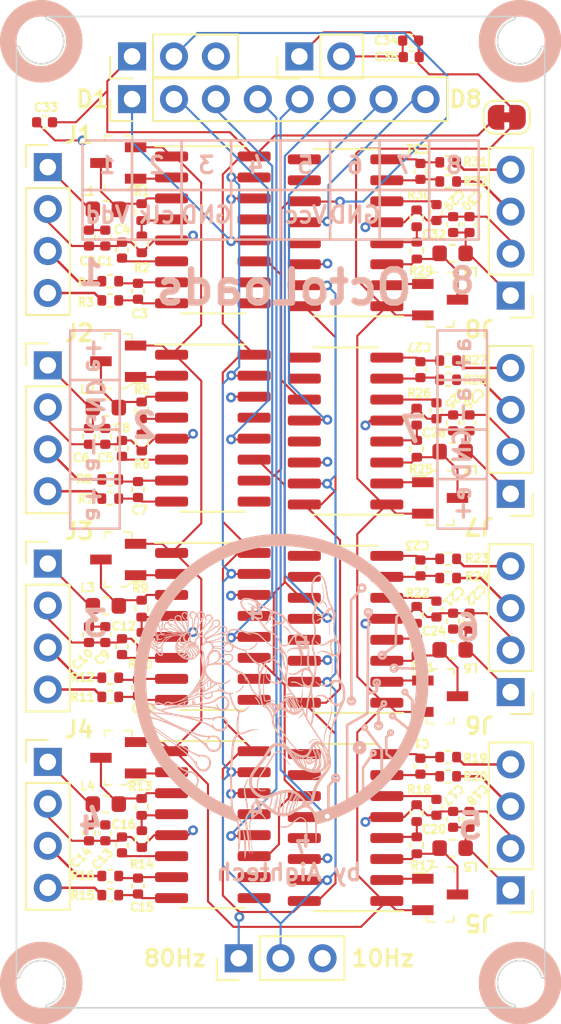
<source format=kicad_pcb>
(kicad_pcb (version 20221018) (generator pcbnew)
  (layers (0 "F.Cu" signal "Front") (1 "In1.Cu" signal) (2 "In2.Cu" signal) (31 "B.Cu" signal "Back") (34 "B.Paste" user) (35 "F.Paste" user) (36 "B.SilkS" user "B.Silkscreen") (37 "F.SilkS" user "F.Silkscreen") (38 "B.Mask" user) (39 "F.Mask" user) (44 "Edge.Cuts" user))
  (net 0 "")
  (net 1 "GND")
  (net 2 "VCC")
  (net 3 "/HX711_unit2/e+")
  (net 4 "/HX711_unit2/a+in")
  (net 5 "/HX711_unit2/a-in")
  (net 6 "/HX711_unit2/vbg")
  (net 7 "/HX711_unit1/e+")
  (net 8 "/HX711_unit1/a+in")
  (net 11 "/HX711_unit1/a-in")
  (net 12 "/HX711_unit1/vbg")
  (net 14 "/HX711_unit3/e+")
  (net 15 "VDD")
  (net 16 "/HX711_unit3/a+in")
  (net 17 "/HX711_unit1/a+")
  (net 18 "/HX711_unit1/a-")
  (net 19 "/HX711_unit3/a-in")
  (net 20 "/HX711_unit1/avdd")
  (net 21 "/HX711_unit3/vbg")
  (net 22 "/HX711_unit1/base")
  (net 23 "/HX711_unit4/e+")
  (net 24 "/HX711_unit1/vfb")
  (net 25 "/HX711_unit4/a+in")
  (net 28 "/HX711_unit1/Sdat")
  (net 30 "/HX711_unit4/a-in")
  (net 31 "/HX711_unit4/vbg")
  (net 32 "/HX711_unit6/e+")
  (net 33 "/HX711_unit6/a+in")
  (net 34 "/HX711_unit6/a-in")
  (net 35 "/HX711_unit6/vbg")
  (net 36 "/HX711_unit5/e+")
  (net 37 "/HX711_unit5/a+in")
  (net 38 "/HX711_unit5/a-in")
  (net 39 "/HX711_unit5/vbg")
  (net 40 "/HX711_unit8/e+")
  (net 41 "/HX711_unit8/a+in")
  (net 42 "/HX711_unit8/a-in")
  (net 43 "/HX711_unit8/vbg")
  (net 44 "/HX711_unit7/e+")
  (net 45 "/HX711_unit7/a+in")
  (net 46 "/HX711_unit7/a-in")
  (net 47 "/HX711_unit7/vbg")
  (net 48 "/HX711_unit2/a+")
  (net 49 "/HX711_unit2/a-")
  (net 50 "/HX711_unit3/a+")
  (net 51 "/HX711_unit3/a-")
  (net 52 "/HX711_unit4/a+")
  (net 53 "/HX711_unit4/a-")
  (net 54 "/HX711_unit6/a+")
  (net 55 "/HX711_unit6/a-")
  (net 56 "/HX711_unit5/a+")
  (net 57 "/HX711_unit5/a-")
  (net 58 "/HX711_unit8/a+")
  (net 59 "/HX711_unit8/a-")
  (net 60 "/HX711_unit7/a+")
  (net 61 "/HX711_unit7/a-")
  (net 62 "/HX711_unit2/avdd")
  (net 63 "/HX711_unit3/avdd")
  (net 64 "/HX711_unit4/avdd")
  (net 65 "/HX711_unit6/avdd")
  (net 66 "/HX711_unit5/avdd")
  (net 67 "/HX711_unit8/avdd")
  (net 68 "/HX711_unit7/avdd")
  (net 69 "/HX711_unit2/base")
  (net 70 "/HX711_unit3/base")
  (net 71 "/HX711_unit4/base")
  (net 72 "/HX711_unit6/base")
  (net 73 "/HX711_unit5/base")
  (net 74 "/HX711_unit8/base")
  (net 75 "/HX711_unit7/base")
  (net 76 "/HX711_unit2/vfb")
  (net 77 "/HX711_unit3/vfb")
  (net 78 "/HX711_unit4/vfb")
  (net 79 "/HX711_unit6/vfb")
  (net 80 "/HX711_unit5/vfb")
  (net 81 "/HX711_unit8/vfb")
  (net 82 "/HX711_unit7/vfb")
  (net 83 "Sclk")
  (net 84 "rate")
  (net 85 "/HX711_unit2/Sdat")
  (net 88 "/HX711_unit3/Sdat")
  (net 92 "/HX711_unit4/Sdat")
  (net 96 "/HX711_unit6/Sdat")
  (net 100 "/HX711_unit5/Sdat")
  (net 104 "/HX711_unit8/Sdat")
  (net 108 "/HX711_unit7/Sdat")
  (footprint "Resistor_SMD:R_0402_1005Metric" (layer "F.Cu") (at 130.68 94.18)
    (fp_text reference "R7")
    (fp_text value "100")
  )
  (footprint "Connector_PinHeader_2.54mm:PinHeader_1x04_P2.54mm_Vertical" (layer "F.Cu") (at 126.895 74.115)
    (fp_text reference "J1")
    (fp_text value "Conn_01x04_Male" hide)
  )
  (footprint "Resistor_SMD:R_0402_1005Metric" (layer "F.Cu") (at 149.25 115.165 90)
    (fp_text reference "R17")
    (fp_text value "20k")
  )
  (footprint "Resistor_SMD:R_0402_1005Metric" (layer "F.Cu") (at 149.24 77.215001 90)
    (fp_text reference "R30")
    (fp_text value "8.2k")
  )
  (footprint "digikey-footprints:SOT-23-3" (layer "F.Cu") (at 150.664999 82.14)
    (fp_text reference "Q8" hide)
    (fp_text value "MMBT4403LT1G" hide)
  )
  (footprint "Inductor_SMD:L_0603_1608Metric" (layer "F.Cu") (at 151.42 115.335 180)
    (fp_text reference "L5")
    (fp_text value "3.3uH" hide)
  )
  (footprint "Package_SO:SOP-16_3.9x9.9mm_P1.27mm" (layer "F.Cu") (at 144.935 114.09 180)
    (fp_text reference "U5" hide)
    (fp_text value "HX711" hide)
  )
  (footprint "Capacitor_SMD:C_0402_1005Metric" (layer "F.Cu") (at 129.39 114.41 -90)
    (fp_text reference "C14")
    (fp_text value "10uF" hide)
  )
  (footprint "digikey-footprints:SOT-23-3" (layer "F.Cu") (at 131.165 73.865 180)
    (fp_text reference "Q1" hide)
    (fp_text value "MMBT4403LT1G" hide)
  )
  (footprint "Resistor_SMD:R_0402_1005Metric" (layer "F.Cu") (at 149.24 101.215001 90)
    (fp_text reference "R22")
    (fp_text value "8.2k")
  )
  (footprint "Resistor_SMD:R_0402_1005Metric" (layer "F.Cu") (at 132.58 76.84 -90)
    (fp_text reference "R1")
    (fp_text value "20k")
  )
  (footprint "Connector_PinHeader_2.54mm:PinHeader_1x04_P2.54mm_Vertical" (layer "F.Cu") (at 126.895 110.115)
    (fp_text reference "J4")
    (fp_text value "Conn_01x04_Male" hide)
  )
  (footprint "Connector_PinHeader_2.54mm:PinHeader_1x04_P2.54mm_Vertical" (layer "F.Cu") (at 154.935 117.89 180)
    (fp_text reference "J5")
    (fp_text value "Conn_01x04_Male" hide)
  )
  (footprint "Inductor_SMD:L_0603_1608Metric" (layer "F.Cu") (at 130.41 88.67)
    (fp_text reference "L2")
    (fp_text value "3.3uH" hide)
  )
  (footprint "Connector_PinHeader_2.54mm:PinHeader_1x08_P2.54mm_Vertical" (layer "F.Cu") (at 132 70 90)
    (fp_text reference "J9" hide)
    (fp_text value "Conn_01x08_Male" hide)
  )
  (footprint "digikey-footprints:SOT-23-3" (layer "F.Cu") (at 150.664999 94.14)
    (fp_text reference "Q7" hide)
    (fp_text value "MMBT4403LT1G" hide)
  )
  (footprint "Capacitor_SMD:C_0402_1005Metric" (layer "F.Cu") (at 131.39 91.14 90)
    (fp_text reference "C8")
    (fp_text value "100nF" hide)
  )
  (footprint "Capacitor_SMD:C_0402_1005Metric" (layer "F.Cu") (at 129.39 78.41 -90)
    (fp_text reference "C2")
    (fp_text value "10uF" hide)
  )
  (footprint "Package_SO:SOP-16_3.9x9.9mm_P1.27mm" (layer "F.Cu") (at 144.935 90.09 180)
    (fp_text reference "U7" hide)
    (fp_text value "HX711" hide)
  )
  (footprint "Resistor_SMD:R_0402_1005Metric" (layer "F.Cu") (at 132.58 100.84 -90)
    (fp_text reference "R9")
    (fp_text value "20k")
  )
  (footprint "Capacitor_SMD:C_0402_1005Metric" (layer "F.Cu") (at 131.39 103.14 90)
    (fp_text reference "C12")
    (fp_text value "100nF" hide)
  )
  (footprint "Capacitor_SMD:C_0402_1005Metric" (layer "F.Cu") (at 132.36 117.63 90)
    (fp_text reference "C15")
    (fp_text value "100nF" hide)
  )
  (footprint "Resistor_SMD:R_0402_1005Metric" (layer "F.Cu") (at 132.58 112.84 -90)
    (fp_text reference "R13")
    (fp_text value "20k")
  )
  (footprint "Resistor_SMD:R_0402_1005Metric" (layer "F.Cu") (at 130.68 105.02)
    (fp_text reference "R12")
    (fp_text value "100")
  )
  (footprint "Connector_PinHeader_2.54mm:PinHeader_1x04_P2.54mm_Vertical" (layer "F.Cu") (at 126.895 86.115)
    (fp_text reference "J2")
    (fp_text value "Conn_01x04_Male" hide)
  )
  (footprint "Capacitor_SMD:C_0402_1005Metric" (layer "F.Cu") (at 149.47 74.375001 -90)
    (fp_text reference "C31")
    (fp_text value "100nF" hide)
  )
  (footprint "Capacitor_SMD:C_0402_1005Metric" (layer "F.Cu") (at 130.38 90.41 -90)
    (fp_text reference "C5")
    (fp_text value "100nF" hide)
  )
  (footprint "Resistor_SMD:R_0402_1005Metric" (layer "F.Cu") (at 132.59 114.79 -90)
    (fp_text reference "R14")
    (fp_text value "8.2k")
  )
  (footprint "Resistor_SMD:R_0402_1005Metric" (layer "F.Cu") (at 149.25 91.165 90)
    (fp_text reference "R25")
    (fp_text value "20k")
  )
  (footprint "Capacitor_SMD:C_0402_1005Metric" (layer "F.Cu") (at 132.36 105.63 90)
    (fp_text reference "C11")
    (fp_text value "100nF" hide)
  )
  (footprint "Resistor_SMD:R_0402_1005Metric" (layer "F.Cu") (at 130.68 106.18)
    (fp_text reference "R11")
    (fp_text value "100")
  )
  (footprint "Package_SO:SOP-16_3.9x9.9mm_P1.27mm" (layer "F.Cu") (at 136.895 101.915)
    (fp_text reference "U3" hide)
    (fp_text value "HX711" hide)
  )
  (footprint "Package_SO:SOP-16_3.9x9.9mm_P1.27mm" (layer "F.Cu") (at 136.895 113.915)
    (fp_text reference "U4" hide)
    (fp_text value "HX711" hide)
  )
  (footprint "Resistor_SMD:R_0402_1005Metric" (layer "F.Cu") (at 151.15 98.985001 180)
    (fp_text reference "R24")
    (fp_text value "100")
  )
  (footprint "Capacitor_SMD:C_0402_1005Metric" (layer "F.Cu") (at 152.44 113.595001 90)
    (fp_text reference "C18")
    (fp_text value "10uF" hide)
  )
  (footprint "Capacitor_SMD:C_0402_1005Metric" (layer "F.Cu") (at 150.44 76.865001 -90)
    (fp_text reference "C32")
    (fp_text value "100nF" hide)
  )
  (footprint "Capacitor_SMD:C_0402_1005Metric" (layer "F.Cu") (at 151.45 89.595001 90)
    (fp_text reference "C25")
    (fp_text value "100nF" hide)
  )
  (footprint "Resistor_SMD:R_0402_1005Metric" (layer "F.Cu") (at 132.58 88.84 -90)
    (fp_text reference "R5")
    (fp_text value "20k")
  )
  (footprint "Capacitor_SMD:C_0402_1005Metric" (layer "F.Cu") (at 151.45 77.595001 90)
    (fp_text reference "C29")
    (fp_text value "100nF" hide)
  )
  (footprint "Capacitor_SMD:C_0402_1005Metric" (layer "F.Cu") (at 131.39 79.14 90)
    (fp_text reference "C4")
    (fp_text value "100nF" hide)
  )
  (footprint "Inductor_SMD:L_0603_1608Metric" (layer "F.Cu") (at 151.42 91.335 180)
    (fp_text reference "L7")
    (fp_text value "3.3uH" hide)
  )
  (footprint "Capacitor_SMD:C_0402_1005Metric" (layer "F.Cu") (at 151.45 101.595001 90)
    (fp_text reference "C21")
    (fp_text value "100nF" hide)
  )
  (footprint "Capacitor_SMD:C_0402_1005Metric" (layer "F.Cu") (at 129.39 90.41 -90)
    (fp_text reference "C6")
    (fp_text value "10uF" hide)
  )
  (footprint "digikey-footprints:SOT-23-3" (layer "F.Cu") (at 131.165 85.865 180)
    (fp_text reference "Q2" hide)
    (fp_text value "MMBT4403LT1G" hide)
  )
  (footprint "Resistor_SMD:R_0402_1005Metric" (layer "F.Cu") (at 151.15 74.985001 180)
    (fp_text reference "R32")
    (fp_text value "100")
  )
  (footprint "Resistor_SMD:R_0402_1005Metric" (layer "F.Cu") (at 149.25 79.165 90)
    (fp_text reference "R29")
    (fp_text value "20k")
  )
  (footprint "Resistor_SMD:R_0402_1005Metric" (layer "F.Cu") (at 130.68 82.18)
    (fp_text reference "R3")
    (fp_text value "100")
  )
  (footprint "Package_SO:SOP-16_3.9x9.9mm_P1.27mm" (layer "F.Cu") (at 136.895 89.915)
    (fp_text reference "U2" hide)
    (fp_text value "HX711" hide)
  )
  (footprint "Resistor_SMD:R_0402_1005Metric" (layer "F.Cu") (at 132.59 90.79 -90)
    (fp_text reference "R6")
    (fp_text value "8.2k")
  )
  (footprint "Package_SO:SOP-16_3.9x9.9mm_P1.27mm" (layer "F.Cu") (at 144.935 78.09 180)
    (fp_text reference "U8" hide)
    (fp_text value "HX711" hide)
  )
  (footprint "Capacitor_SMD:C_0402_1005Metric" (layer "F.Cu") (at 149.47 86.375001 -90)
    (fp_text reference "C27")
    (fp_text value "100nF" hide)
  )
  (footprint "Package_SO:SOP-16_3.9x9.9mm_P1.27mm" (layer "F.Cu") (at 144.935 102.09 180)
    (fp_text reference "U6" hide)
    (fp_text value "HX711" hide)
  )
  (footprint "Resistor_SMD:R_0402_1005Metric" (layer "F.Cu") (at 149.25 103.165 90)
    (fp_text reference "R21")
    (fp_text value "20k")
  )
  (footprint "Capacitor_SMD:C_0402_1005Metric" (layer "F.Cu") (at 148.875 66.455)
    (fp_text reference "C34")
    (fp_text value "100nF" hide)
  )
  (footprint "Resistor_SMD:R_0402_1005Metric" (layer "F.Cu") (at 132.59 102.79 -90)
    (fp_text reference "R10")
    (fp_text value "8.2k")
  )
  (footprint "Capacitor_SMD:C_0402_1005Metric" (layer "F.Cu") (at 151.45 113.595001 90)
    (fp_text reference "C17")
    (fp_text value "100nF" hide)
  )
  (footprint "Resistor_SMD:R_0402_1005Metric" (layer "F.Cu") (at 151.15 109.825001 180)
    (fp_text reference "R19")
    (fp_text value "100")
  )
  (footprint "digikey-footprints:SOT-23-3" (layer "F.Cu") (at 131.165 109.865 180)
    (fp_text reference "Q4" hide)
    (fp_text value "MMBT4403LT1G" hide)
  )
  (footprint "Resistor_SMD:R_0402_1005Metric" (layer "F.Cu") (at 151.15 110.985001 180)
    (fp_text reference "R20")
    (fp_text value "100")
  )
  (footprint "Connector_PinHeader_2.54mm:PinHeader_1x03_P2.54mm_Vertical" (layer "F.Cu") (at 132 67.415 90)
    (fp_text reference "J10" hide)
    (fp_text value "Conn_01x03_Male" hide)
  )
  (footprint "Connector_PinHeader_2.54mm:PinHeader_1x04_P2.54mm_Vertical" (layer "F.Cu") (at 154.935 105.89 180)
    (fp_text reference "J6")
    (fp_text value "Conn_01x04_Male" hide)
  )
  (footprint "Inductor_SMD:L_0603_1608Metric" (layer "F.Cu") (at 151.42 79.335 180)
    (fp_text reference "L8")
    (fp_text value "3.3uH" hide)
  )
  (footprint "Resistor_SMD:R_0402_1005Metric" (layer "F.Cu") (at 151.15 86.985001 180)
    (fp_text reference "R28")
    (fp_text value "100")
  )
  (footprint "Resistor_SMD:R_0402_1005Metric" (layer "F.Cu") (at 151.15 97.825001 180)
    (fp_text reference "R23")
    (fp_text value "100")
  )
  (footprint "Capacitor_SMD:C_0402_1005Metric" (layer "F.Cu") (at 131.39 115.14 90)
    (fp_text reference "C16")
    (fp_text value "100nF" hide)
  )
  (footprint "digikey-footprints:SOT-23-3" (layer "F.Cu") (at 150.664999 118.14)
    (fp_text reference "Q5" hide)
    (fp_text value "MMBT4403LT1G" hide)
  )
  (footprint "Capacitor_SMD:C_0402_1005Metric" (layer "F.Cu") (at 152.44 77.595001 90)
    (fp_text reference "C30")
    (fp_text value "10uF" hide)
  )
  (footprint "Inductor_SMD:L_0603_1608Metric" (layer "F.Cu") (at 151.42 103.335 180)
    (fp_text reference "L6")
    (fp_text value "3.3uH" hide)
  )
  (footprint "Capacitor_SMD:C_0402_1005Metric" (layer "F.Cu") (at 149.47 98.375001 -90)
    (fp_text reference "C23")
    (fp_text value "100nF" hide)
  )
  (footprint "Capacitor_SMD:C_0402_1005Metric" (layer "F.Cu") (at 150.44 88.865001 -90)
    (fp_text reference "C28")
    (fp_text value "100nF" hide)
  )
  (footprint "Capacitor_SMD:C_0402_1005Metric" (layer "F.Cu") (at 152.44 89.595001 90)
    (fp_text reference "C26")
    (fp_text value "10uF" hide)
  )
  (footprint "Inductor_SMD:L_0603_1608Metric" (layer "F.Cu") (at 130.41 112.67)
    (fp_text reference "L4")
    (fp_text value "3.3uH" hide)
  )
  (footprint "Capacitor_SMD:C_0402_1005Metric" (layer "F.Cu") (at 150.44 112.865001 -90)
    (fp_text reference "C20")
    (fp_text value "100nF" hide)
  )
  (footprint "Capacitor_SMD:C_0402_1005Metric" (layer "F.Cu") (at 148.915 67.455)
    (fp_text reference "C35")
    (fp_text value "10uF" hide)
  )
  (footprint "Connector_PinHeader_2.54mm:PinHeader_1x02_P2.54mm_Vertical" (layer "F.Cu") (at 142.135 67.415 90)
    (fp_text reference "J11" hide)
    (fp_text value "Conn_01x02_Male" hide)
  )
  (footprint "Connector_PinHeader_2.54mm:PinHeader_1x04_P2.54mm_Vertical" (layer "F.Cu") (at 126.895 98.115)
    (fp_text reference "J3")
    (fp_text value "Conn_01x04_Male" hide)
  )
  (footprint "Resistor_SMD:R_0402_1005Metric" (layer "F.Cu") (at 151.15 73.825001 180)
    (fp_text reference "R31")
    (fp_text value "100")
  )
  (footprint "Capacitor_SMD:C_0402_1005Metric" (layer "F.Cu") (at 150.44 100.865001 -90)
    (fp_text reference "C24")
    (fp_text value "100nF" hide)
  )
  (footprint "Resistor_SMD:R_0402_1005Metric" (layer "F.Cu") (at 130.68 118.18)
    (fp_text reference "R15")
    (fp_text value "100")
  )
  (footprint "Capacitor_SMD:C_0402_1005Metric" (layer "F.Cu") (at 132.36 93.63 90)
    (fp_text reference "C7")
    (fp_text value "100nF" hide)
  )
  (footprint "Capacitor_SMD:C_0402_1005Metric" (layer "F.Cu") (at 126.7 71.4)
    (fp_text reference "C33")
    (fp_text value "100nF" hide)
  )
  (footprint "Resistor_SMD:R_0402_1005Metric" (layer "F.Cu") (at 130.68 93.02)
    (fp_text reference "R8")
    (fp_text value "100")
  )
  (footprint "Resistor_SMD:R_0402_1005Metric" (layer "F.Cu") (at 130.68 81.02)
    (fp_text reference "R4")
    (fp_text value "100")
  )
  (footprint "Capacitor_SMD:C_0402_1005Metric" (layer "F.Cu") (at 129.39 102.41 -90)
    (fp_text reference "C10")
    (fp_text value "10uF" hide)
  )
  (footprint "Connector_PinHeader_2.54mm:PinHeader_1x04_P2.54mm_Vertical" (layer "F.Cu") (at 154.935 93.89 180)
    (fp_text reference "J7")
    (fp_text value "Conn_01x04_Male" hide)
  )
  (footprint "Connector_PinHeader_2.54mm:PinHeader_1x03_P2.54mm_Vertical" (layer "F.Cu") (at 138.46 122 90)
    (fp_text reference "J12" hide)
    (fp_text value "Conn_01x03_Male" hide)
  )
  (footprint "Connector_PinHeader_2.54mm:PinHeader_1x04_P2.54mm_Vertical" (layer "F.Cu") (at 154.935 81.89 180)
    (fp_text reference "J8")
    (fp_text value "Conn_01x04_Male" hide)
  )
  (footprint "digikey-footprints:SOT-23-3" (layer "F.Cu") (at 131.165 97.865 180)
    (fp_text reference "Q3" hide)
    (fp_text value "MMBT4403LT1G" hide)
  )
  (footprint "Resistor_SMD:R_0402_1005Metric" (layer "F.Cu") (at 151.15 85.825001 180)
    (fp_text reference "R27")
    (fp_text value "100")
  )
  (footprint "Capacitor_SMD:C_0402_1005Metric" (layer "F.Cu") (at 149.47 110.375001 -90)
    (fp_text reference "C19")
    (fp_text value "100nF" hide)
  )
  (footprint "Resistor_SMD:R_0402_1005Metric" (layer "F.Cu") (at 149.24 113.215001 90)
    (fp_text reference "R18")
    (fp_text value "8.2k")
  )
  (footprint "Inductor_SMD:L_0603_1608Metric" (layer "F.Cu") (at 130.41 100.67)
    (fp_text reference "L3")
    (fp_text value "3.3uH" hide)
  )
  (footprint "Resistor_SMD:R_0402_1005Metric" (layer "F.Cu") (at 130.68 117.02)
    (fp_text reference "R16")
    (fp_text value "100")
  )
  (footprint "Resistor_SMD:R_0402_1005Metric" (layer "F.Cu") (at 149.24 89.215001 90)
    (fp_text reference "R26")
    (fp_text value "8.2k")
  )
  (footprint "Inductor_SMD:L_0603_1608Metric" (layer "F.Cu") (at 130.41 76.67)
    (fp_text reference "L1")
    (fp_text value "3.3uH" hide)
  )
  (footprint "Jumper:SolderJumper-2_P1.3mm_Bridged_RoundedPad1.0x1.5mm" (layer "F.Cu") (at 154.7 71.1)
    (fp_text reference "JP1" hide)
    (fp_text value "SolderJumper_2_Bridged" hide)
  )
  (footprint "Capacitor_SMD:C_0402_1005Metric" (layer "F.Cu") (at 130.38 78.41 -90)
    (fp_text reference "C1")
    (fp_text value "100nF" hide)
  )
  (footprint "Capacitor_SMD:C_0402_1005Metric" (layer "F.Cu") (at 152.44 101.595001 90)
    (fp_text reference "C22")
    (fp_text value "10uF" hide)
  )
  (footprint "Resistor_SMD:R_0402_1005Metric" (layer "F.Cu") (at 132.59 78.79 -90)
    (fp_text reference "R2")
    (fp_text value "8.2k")
  )
  (footprint "Capacitor_SMD:C_0402_1005Metric" (layer "F.Cu") (at 130.38 114.41 -90)
    (fp_text reference "C13")
    (fp_text value "100nF" hide)
  )
  (footprint "digikey-footprints:SOT-23-3" (layer "F.Cu") (at 150.664999 106.14)
    (fp_text reference "Q6" hide)
    (fp_text value "MMBT4403LT1G" hide)
  )
  (footprint "Capacitor_SMD:C_0402_1005Metric" (layer "F.Cu") (at 130.38 102.41 -90)
    (fp_text reference "C9")
    (fp_text value "100nF" hide)
  )
  (footprint "Package_SO:SOP-16_3.9x9.9mm_P1.27mm" (layer "F.Cu") (at 136.895 77.915)
    (fp_text reference "U1" hide)
    (fp_text value "HX711" hide)
  )
  (footprint "Capacitor_SMD:C_0402_1005Metric" (layer "F.Cu") (at 132.36 81.63 90)
    (fp_text reference "C3")
    (fp_text value "100nF" hide)
  )
  (footprint "LOGO" (layer "B.Cu") (at 141 105.9 180)
    (fp_text reference "G***" hide)
    (fp_text value "LOGO" hide)
  )
  (gr_poly (pts (xy 131.25 93) (xy 131.25 96) (xy 128.25 96) (xy 128.25 93)) (stroke (width 0.1524)) (fill none) (layer "B.SilkS"))
  (gr_rect (start 132 72.5) (end 135 75.5) (stroke (width 0.1524)) (fill none) (layer "B.SilkS"))
  (gr_rect (start 135 72.5) (end 138 75.5) (stroke (width 0.1524)) (fill none) (layer "B.SilkS"))
  (gr_rect (start 135 75.5) (end 138 78.5) (stroke (width 0.1524)) (fill none) (layer "B.SilkS"))
  (gr_rect (start 147 72.5) (end 150 75.5) (stroke (width 0.1524)) (fill none) (layer "B.SilkS"))
  (gr_rect (start 141 72.5) (end 144 75.5) (stroke (width 0.1524)) (fill none) (layer "B.SilkS"))
  (gr_rect (start 144 75.5) (end 147 78.5) (stroke (width 0.1524)) (fill none) (layer "B.SilkS"))
  (gr_rect (start 150 75.5) (end 153 78.5) (stroke (width 0.1524)) (fill none) (layer "B.SilkS"))
  (gr_poly (pts (xy 150.5 96) (xy 150.5 93) (xy 153.5 93) (xy 153.5 96)) (stroke (width 0.1524)) (fill none) (layer "B.SilkS"))
  (gr_circle (center 155.5 66.5) (end 157.5 66.5) (stroke (width 1)) (fill none) (layer "B.SilkS"))
  (gr_rect (start 141 75.5) (end 144 78.5) (stroke (width 0.1524)) (fill none) (layer "B.SilkS"))
  (gr_circle (center 155.5 123.5) (end 157.5 123.5) (stroke (width 1)) (fill none) (layer "B.SilkS"))
  (gr_poly (pts (xy 150.5 87) (xy 150.5 84) (xy 153.5 84) (xy 153.5 87)) (stroke (width 0.1524)) (fill none) (layer "B.SilkS"))
  (gr_circle (center 126.5 123.5) (end 128.5 123.5) (stroke (width 1)) (fill none) (layer "B.SilkS"))
  (gr_poly (pts (xy 150.5 89.999999) (xy 150.5 87) (xy 153.5 87) (xy 153.5 90)) (stroke (width 0.1524)) (fill none) (layer "B.SilkS"))
  (gr_rect (start 147 75.5) (end 150 78.5) (stroke (width 0.1524)) (fill none) (layer "B.SilkS"))
  (gr_poly (pts (xy 150.5 93) (xy 150.5 89.999999) (xy 153.5 90) (xy 153.5 93)) (stroke (width 0.1524)) (fill none) (layer "B.SilkS"))
  (gr_rect (start 129 72.5) (end 132 75.5) (stroke (width 0.1524)) (fill none) (layer "B.SilkS"))
  (gr_circle (center 126.5 66.5) (end 128.5 66.5) (stroke (width 1)) (fill none) (layer "B.SilkS"))
  (gr_rect (start 129 75.5) (end 132 78.5) (stroke (width 0.1524)) (fill none) (layer "B.SilkS"))
  (gr_rect (start 144 72.5) (end 147 75.5) (stroke (width 0.1524)) (fill none) (layer "B.SilkS"))
  (gr_poly (pts (xy 131.25 84) (xy 131.25 87) (xy 128.25 87) (xy 128.25 84)) (stroke (width 0.1524)) (fill none) (layer "B.SilkS"))
  (gr_poly (pts (xy 131.25 90) (xy 131.25 93) (xy 128.25 93) (xy 128.25 90)) (stroke (width 0.1524)) (fill none) (layer "B.SilkS"))
  (gr_rect (start 132 75.5) (end 135 78.5) (stroke (width 0.1524)) (fill none) (layer "B.SilkS"))
  (gr_poly (pts (xy 131.25 87) (xy 131.25 90) (xy 128.25 90) (xy 128.25 87)) (stroke (width 0.1524)) (fill none) (layer "B.SilkS"))
  (gr_rect (start 150 72.5) (end 153 75.5) (stroke (width 0.1524)) (fill none) (layer "B.SilkS"))
  (gr_rect (start 138 75.5) (end 141 78.5) (stroke (width 0.1524)) (fill none) (layer "B.SilkS"))
  (gr_rect (start 138 72.5) (end 141 75.5) (stroke (width 0.1524)) (fill none) (layer "B.SilkS"))
  (gr_circle (center 126.5 66.5) (end 128.5 66.5) (stroke (width 1)) (fill none) (layer "F.SilkS"))
  (gr_circle (center 126.5 123.5) (end 128.5 123.5) (stroke (width 1)) (fill none) (layer "F.SilkS"))
  (gr_circle (center 155.5 66.5) (end 157.5 66.5) (stroke (width 1)) (fill none) (layer "F.SilkS"))
  (gr_circle (center 155.5 123.5) (end 157.5 123.5) (stroke (width 1)) (fill none) (layer "F.SilkS"))
  (gr_arc (start 126.9 65.2) (mid 127.461769 67.461769) (end 125.2 66.9) (stroke (width 0.1)) (layer "Edge.Cuts"))
  (gr_arc (start 155.1 124.8) (mid 155.2 124.9) (end 155.1 125) (stroke (width 0.1)) (layer "Edge.Cuts"))
  (gr_arc (start 125 66.9) (mid 125.1 66.8) (end 125.2 66.9) (stroke (width 0.1)) (layer "Edge.Cuts"))
  (gr_line (start 157 66.9) (end 157 123.1) (stroke (width 0.1)) (layer "Edge.Cuts"))
  (gr_arc (start 126.9 125) (mid 126.8 124.9) (end 126.9 124.8) (stroke (width 0.1)) (layer "Edge.Cuts"))
  (gr_arc (start 156.8 66.9) (mid 156.9 66.8) (end 157 66.9) (stroke (width 0.1)) (layer "Edge.Cuts"))
  (gr_arc (start 155.1 65) (mid 155.2 65.1) (end 155.1 65.2) (stroke (width 0.1)) (layer "Edge.Cuts"))
  (gr_arc (start 125.2 123.1) (mid 125.1 123.2) (end 125 123.1) (stroke (width 0.1)) (layer "Edge.Cuts"))
  (gr_arc (start 157 123.1) (mid 156.9 123.2) (end 156.8 123.1) (stroke (width 0.1)) (layer "Edge.Cuts"))
  (gr_arc (start 126.9 65.2) (mid 126.8 65.1) (end 126.9 65) (stroke (width 0.1)) (layer "Edge.Cuts"))
  (gr_line (start 155.1 125) (end 126.9 125) (stroke (width 0.1)) (layer "Edge.Cuts"))
  (gr_arc (start 156.8 66.9) (mid 154.538231 67.461769) (end 155.1 65.2) (stroke (width 0.1)) (layer "Edge.Cuts"))
  (gr_arc (start 125.2 123.1) (mid 127.461769 122.538231) (end 126.9 124.8) (stroke (width 0.1)) (layer "Edge.Cuts"))
  (gr_line (start 126.9 65) (end 155.1 65) (stroke (width 0.1)) (layer "Edge.Cuts"))
  (gr_line (start 125 123.1) (end 125 66.9) (stroke (width 0.1)) (layer "Edge.Cuts"))
  (gr_arc (start 155.1 124.8) (mid 154.538231 122.538231) (end 156.8 123.1) (stroke (width 0.1)) (layer "Edge.Cuts"))
  (gr_text "a+" (at 129.75 94.500001 -90) (layer "B.SilkS") (effects (font (size 1 1) (thickness 0.2) bold) (justify mirror)))
  (gr_text "OctoLoads" (at 141.2 81.4) (layer "B.SilkS") (effects (font (size 2 2) (thickness 0.4) bold) (justify mirror)))
  (gr_text "GND" (at 152 91.5 90) (layer "B.SilkS") (effects (font (size 1 1) (thickness 0.2) bold) (justify mirror)))
  (gr_text "GND" (at 136.5 77) (layer "B.SilkS") (effects (font (size 1 1) (thickness 0.2) bold) (justify mirror)))
  (gr_text "6" (at 152.33 102) (layer "B.SilkS") (effects (font (size 1.5 1.5) (thickness 0.3) bold) (justify mirror)))
  (gr_text "1" (at 130.5 74) (layer "B.SilkS") (effects (font (size 1 1) (thickness 0.2) bold) (justify mirror)))
  (gr_text "4" (at 139.5 113) (layer "B.SilkS") (effects (font (size 1 1) (thickness 0.2) bold) (justify mirror)))
  (gr_text "8" (at 151.5 74) (layer "B.SilkS") (effects (font (size 1 1) (thickness 0.2) bold) (justify mirror)))
  (gr_text "Vcc" (at 142.5 77) (layer "B.SilkS") (effects (font (size 1 1) (thickness 0.2) bold) (justify mirror)))
  (gr_text "e+" (at 152 94.500001 90) (layer "B.SilkS") (effects (font (size 1 1) (thickness 0.2) bold) (justify mirror)))
  (gr_text "GND" (at 145.5 77) (layer "B.SilkS") (effects (font (size 1 1) (thickness 0.2) bold) (justify mirror)))
  (gr_text "a+" (at 152 85.499999 90) (layer "B.SilkS") (effects (font (size 1 1) (thickness 0.2) bold) (justify mirror)))
  (gr_text "GND" (at 129.75 88.5 -90) (layer "B.SilkS") (effects (font (size 1 1) (thickness 0.2) bold) (justify mirror)))
  (gr_text "Vdd" (at 130.5 77) (layer "B.SilkS") (effects (font (size 1 1) (thickness 0.2) bold) (justify mirror)))
  (gr_text "3" (at 129.75 101.75) (layer "B.SilkS") (effects (font (size 1.5 1.5) (thickness 0.3) bold) (justify mirror)))
  (gr_text "a-" (at 152 88.5 90) (layer "B.SilkS") (effects (font (size 1 1) (thickness 0.2) bold) (justify mirror)))
  (gr_text "e+" (at 129.75 85.499999 -90) (layer "B.SilkS") (effects (font (size 1 1) (thickness 0.2) bold) (justify mirror)))
  (gr_text "5" (at 142.5 74) (layer "B.SilkS") (effects (font (size 1 1) (thickness 0.2) bold) (justify mirror)))
  (gr_text "a-" (at 129.75 91.5 -90) (layer "B.SilkS") (effects (font (size 1 1) (thickness 0.2) bold) (justify mirror)))
  (gr_text "4" (at 139.5 101) (layer "B.SilkS") (effects (font (size 1 1) (thickness 0.2) bold) (justify mirror)))
  (gr_text "8\n" (at 152 81) (layer "B.SilkS") (effects (font (size 1.5 1.5) (thickness 0.3) bold) (justify mirror)))
  (gr_text "7" (at 149 90) (layer "B.SilkS") (effects (font (size 1.5 1.5) (thickness 0.3) bold) (justify mirror)))
  (gr_text "clk" (at 133.5 77) (layer "B.SilkS") (effects (font (size 1 1) (thickness 0.2) bold) (justify mirror)))
  (gr_text "2" (at 132.75 89.75) (layer "B.SilkS") (effects (font (size 1.5 1.5) (thickness 0.3) bold) (justify mirror)))
  (gr_text "1" (at 129.5 80.5) (layer "B.SilkS") (effects (font (size 1.5 1.5) (thickness 0.3) bold) (justify mirror)))
  (gr_text "2" (at 133.5 74) (layer "B.SilkS") (effects (font (size 1 1) (thickness 0.2) bold) (justify mirror)))
  (gr_text "7" (at 148.5 74) (layer "B.SilkS") (effects (font (size 1 1) (thickness 0.2) bold) (justify mirror)))
  (gr_text "6" (at 145.5 74) (layer "B.SilkS") (effects (font (size 1 1) (thickness 0.2) bold) (justify mirror)))
  (gr_text "3" (at 136.5 74) (layer "B.SilkS") (effects (font (size 1 1) (thickness 0.2) bold) (justify mirror)))
  (gr_text "by Aightech" (at 141.5 116.8) (layer "B.SilkS") (effects (font (size 1 1) (thickness 0.2) bold) (justify mirror)))
  (gr_text "4" (at 142.33 115.005 180) (layer "B.SilkS") (effects (font (size 1 1) (thickness 0.2) bold) (justify mirror)))
  (gr_text "4" (at 142.33 103.005 180) (layer "B.SilkS") (effects (font (size 1 1) (thickness 0.2) bold) (justify mirror)))
  (gr_text "4" (at 129.5 113.75) (layer "B.SilkS") (effects (font (size 1.5 1.5) (thickness 0.3) bold) (justify mirror)))
  (gr_text "4" (at 139.5 74) (layer "B.SilkS") (effects (font (size 1 1) (thickness 0.2) bold) (justify mirror)))
  (gr_text "5" (at 152.5 114) (layer "B.SilkS") (effects (font (size 1.5 1.5) (thickness 0.3) bold) (justify mirror)))
  (gr_text "D8" (at 152.2 70) (layer "F.SilkS") (effects (font (size 1 1) (thickness 0.2))))
  (gr_text "D1" (at 129.6 70) (layer "F.SilkS") (effects (font (size 1 1) (thickness 0.2))))
  (gr_text "80Hz" (at 134.6 122) (layer "F.SilkS") (effects (font (size 1 1) (thickness 0.2) bold)))
  (gr_text "10Hz" (at 147.2 122) (layer "F.SilkS") (effects (font (size 1 1) (thickness 0.2) bold)))
  (segment (start 142.435 103.995) (end 143.79 103.995) (width 0.127) (layer "F.Cu") (net 1))
  (segment (start 131.95 102.66) (end 132.59 103.3) (width 0.127) (layer "F.Cu") (net 1))
  (segment (start 134.395 114.55) (end 135.4 114.55) (width 0.127) (layer "F.Cu") (net 1))
  (segment (start 150.44 113.345) (end 149.88 113.345) (width 0.127) (layer "F.Cu") (net 1))
  (segment (start 142.435 91.995) (end 143.79 91.995) (width 0.127) (layer "F.Cu") (net 1))
  (segment (start 135.4 114.55) (end 135.695 114.255) (width 0.127) (layer "F.Cu") (net 1))
  (segment (start 126.895 113.425) (end 128.36 114.89) (width 0.127) (layer "F.Cu") (net 1))
  (segment (start 131.39 78.66) (end 131.95 78.66) (width 0.127) (layer "F.Cu") (net 1))
  (segment (start 146.43 101.455) (end 146.135 101.75) (width 0.127) (layer "F.Cu") (net 1))
  (segment (start 143.79 115.995) (end 143.835 115.95) (width 0.127) (layer "F.Cu") (net 1))
  (segment (start 148.49 101.455) (end 147.435 101.455) (width 0.127) (layer "F.Cu") (net 1))
  (segment (start 127.32 72.5) (end 126.22 71.4) (width 0.127) (layer "F.Cu") (net 1))
  (segment (start 126.895 112.655) (end 126.895 113.425) (width 0.127) (layer "F.Cu") (net 1))
  (segment (start 134.395 90.55) (end 135.4 90.55) (width 0.127) (layer "F.Cu") (net 1))
  (segment (start 147.435 89.455) (end 146.43 89.455) (width 0.127) (layer "F.Cu") (net 1))
  (segment (start 129.39 78.89) (end 130.38 78.89) (width 0.127) (layer "F.Cu") (net 1))
  (segment (start 133.34 90.55) (end 134.395 90.55) (width 0.127) (layer "F.Cu") (net 1))
  (segment (start 129 72.5) (end 127.32 72.5) (width 0.127) (layer "F.Cu") (net 1))
  (segment (start 143.79 79.995) (end 143.835 79.95) (width 0.127) (layer "F.Cu") (net 1))
  (segment (start 154.935 115.35) (end 154.935 114.58) (width 0.127) (layer "F.Cu") (net 1))
  (segment (start 154.935 114.58) (end 153.47 113.115) (width 0.127) (layer "F.Cu") (net 1))
  (segment (start 128.36 90.89) (end 129.39 90.89) (width 0.127) (layer "F.Cu") (net 1))
  (segment (start 131.16 114.89) (end 131.39 114.66) (width 0.127) (layer "F.Cu") (net 1))
  (segment (start 142.435 79.995) (end 143.79 79.995) (width 0.127) (layer "F.Cu") (net 1))
  (segment (start 154.935 91.35) (end 154.935 90.58) (width 0.127) (layer "F.Cu") (net 1))
  (segment (start 139.395 76.01) (end 138.04 76.01) (width 0.127) (layer "F.Cu") (net 1))
  (segment (start 131.39 90.66) (end 131.95 90.66) (width 0.127) (layer "F.Cu") (net 1))
  (segment (start 131.16 102.89) (end 131.39 102.66) (width 0.127) (layer "F.Cu") (net 1))
  (segment (start 129.39 102.89) (end 130.38 102.89) (width 0.127) (layer "F.Cu") (net 1))
  (segment (start 146.43 113.455) (end 146.135 113.75) (width 0.127) (layer "F.Cu") (net 1))
  (segment (start 153.47 101.115) (end 152.44 101.115) (width 0.127) (layer "F.Cu") (net 1))
  (segment (start 139.395 100.01) (end 138.04 100.01) (width 0.127) (layer "F.Cu") (net 1))
  (segment (start 148.435 67.455) (end 148.395 67.415) (width 0.127) (layer "F.Cu") (net 1))
  (segment (start 134.395 102.55) (end 135.4 102.55) (width 0.127) (layer "F.Cu") (net 1))
  (segment (start 150.67 89.115) (end 150.44 89.345) (width 0.127) (layer "F.Cu") (net 1))
  (segment (start 149.24 112.705) (end 148.49 113.455) (width 0.127) (layer "F.Cu") (net 1))
  (segment (start 126.895 77.425) (end 128.36 78.89) (width 0.127) (layer "F.Cu") (net 1))
  (segment (start 138.04 88.01) (end 137.995 88.055) (width 0.127) (layer "F.Cu") (net 1))
  (segment (start 151.45 101.115) (end 150.67 101.115) (width 0.127) (layer "F.Cu") (net 1))
  (segment (start 151.45 77.115) (end 150.67 77.115) (width 0.127) (layer "F.Cu") (net 1))
  (segment (start 152.44 113.115) (end 151.45 113.115) (width 0.127) (layer "F.Cu") (net 1))
  (segment (start 128.36 78.89) (end 129.39 78.89) (width 0.127) (layer "F.Cu") (net 1))
  (segment (start 135.4 102.55) (end 135.695 102.255) (width 0.127) (layer "F.Cu") (net 1))
  (segment (start 150.44 77.345) (end 149.88 77.345) (width 0.127) (layer "F.Cu") (net 1))
  (segment (start 149.24 88.705) (end 148.49 89.455) (width 0.127) (layer "F.Cu") (net 1))
  (segment (start 129.39 90.89) (end 130.38 90.89) (width 0.127) (layer "F.Cu") (net 1))
  (segment (start 134.395 78.55) (end 135.4 78.55) (width 0.127) (layer "F.Cu") (net 1))
  (segment (start 135.4 78.55) (end 135.695 78.255) (width 0.127) (layer "F.Cu") (net 1))
  (segment (start 149.88 101.345) (end 149.24 100.705) (width 0.127) (layer "F.Cu") (net 1))
  (segment (start 153.47 77.115) (end 152.44 77.115) (width 0.127) (layer "F.Cu") (net 1))
  (segment (start 131.39 102.66) (end 131.95 102.66) (width 0.127) (layer "F.Cu") (net 1))
  (segment (start 154.935 102.58) (end 153.47 101.115) (width 0.127) (layer "F.Cu") (net 1))
  (segment (start 149.88 77.345) (end 149.24 76.705) (width 0.127) (layer "F.Cu") (net 1))
  (segment (start 154.935 78.58) (end 153.47 77.115) (width 0.127) (layer "F.Cu") (net 1))
  (segment (start 131.95 78.66) (end 132.59 79.3) (width 0.127) (layer "F.Cu") (net 1))
  (segment (start 148.49 113.455) (end 147.435 113.455) (width 0.127) (layer "F.Cu") (net 1))
  (segment (start 135.4 90.55) (end 135.695 90.255) (width 0.127) (layer "F.Cu") (net 1))
  (segment (start 130.38 114.89) (end 131.16 114.89) (width 0.127) (layer "F.Cu") (net 1))
  (segment (start 128.36 102.89) (end 129.39 102.89) (width 0.127) (layer "F.Cu") (net 1))
  (segment (start 142.435 115.995) (end 143.79 115.995) (width 0.127) (layer "F.Cu") (net 1))
  (segment (start 154.935 90.58) (end 153.47 89.115) (width 0.127) (layer "F.Cu") (net 1))
  (segment (start 148.49 89.455) (end 147.435 89.455) (width 0.127) (layer "F.Cu") (net 1))
  (segment (start 132.59 103.3) (end 133.34 102.55) (width 0.127) (layer "F.Cu") (net 1))
  (segment (start 126.895 101.425) (end 128.36 102.89) (width 0.127) (layer "F.Cu") (net 1))
  (segment (start 153.47 113.115) (end 152.44 113.115) (width 0.127) (layer "F.Cu") (net 1))
  (segment (start 150.67 113.115) (end 150.44 113.345) (width 0.127) (layer "F.Cu") (net 1))
  (segment (start 146.43 89.455) (end 146.135 89.75) (width 0.127) (layer "F.Cu") (net 1))
  (segment (start 132.59 79.3) (end 133.34 78.55) (width 0.127) (layer "F.Cu") (net 1))
  (segment (start 128.36 114.89) (end 129.39 114.89) (width 0.127) (layer "F.Cu") (net 1))
  (segment (start 133.34 114.55) (end 134.395 114.55) (width 0.127) (layer "F.Cu") (net 1))
  (segment (start 148.49 77.455) (end 147.435 77.455) (width 0.127) (layer "F.Cu") (net 1))
  (segment (start 132.59 91.3) (end 133.34 90.55) (width 0.127) (layer "F.Cu") (net 1))
  (segment (start 147.435 77.455) (end 146.43 77.455) (width 0.127) (layer "F.Cu") (net 1))
  (segment (start 131.16 90.89) (end 131.39 90.66) (width 0.127) (layer "F.Cu") (net 1))
  (segment (start 154.935 103.35) (end 154.935 102.58) (width 0.127) (layer "F.Cu") (net 1))
  (segment (start 131.39 114.66) (end 131.95 114.66) (width 0.127) (layer "F.Cu") (net 1))
  (segment (start 133.34 78.55) (end 134.395 78.55) (width 0.127) (layer "F.Cu") (net 1))
  (segment (start 150.44 89.345) (end 149.88 89.345) (width 0.127) (layer "F.Cu") (net 1))
  (segment (start 138.04 76.01) (end 137.995 76.055) (width 0.127) (layer "F.Cu") (net 1))
  (segment (start 153.47 89.115) (end 152.44 89.115) (width 0.127) (layer "F.Cu") (net 1))
  (segment (start 143.79 103.995) (end 143.835 103.95) (width 0.127) (layer "F.Cu") (net 1))
  (segment (start 131.16 78.89) (end 131.39 78.66) (width 0.127) (layer "F.Cu") (net 1))
  (segment (start 130.38 102.89) (end 131.16 102.89) (width 0.127) (layer "F.Cu") (net 1))
  (segment (start 147.435 101.455) (end 146.43 101.455) (width 0.127) (layer "F.Cu") (net 1))
  (segment (start 149.24 100.705) (end 148.49 101.455) (width 0.127) (layer "F.Cu") (net 1))
  (segment (start 132.59 115.3) (end 133.34 114.55) (width 0.127) (layer "F.Cu") (net 1))
  (segment (start 152.44 101.115) (end 151.45 101.115) (width 0.127) (layer "F.Cu") (net 1))
  (segment (start 138.04 112.01) (end 137.995 112.055) (width 0.127) (layer "F.Cu") (net 1))
  (segment (start 126.895 88.655) (end 126.895 89.425) (width 0.127) (layer "F.Cu") (net 1))
  (segment (start 131.95 114.66) (end 132.59 115.3) (width 0.127) (layer "F.Cu") (net 1))
  (segment (start 133.34 102.55) (end 134.395 102.55) (width 0.127) (layer "F.Cu") (net 1))
  (segment (start 150.44 101.345) (end 149.88 101.345) (width 0.127) (layer "F.Cu") (net 1))
  (segment (start 148.395 67.415) (end 144.675 67.415) (width 0.127) (layer "F.Cu") (net 1))
  (segment (start 149.88 113.345) (end 149.24 112.705) (width 0.127) (layer "F.Cu") (net 1))
  (segment (start 148.395 66.455) (end 148.395 67.415) (width 0.127) (layer "F.Cu") (net 1))
  (segment (start 130.38 90.89) (end 131.16 90.89) (width 0.127) (layer "F.Cu") (net 1))
  (segment (start 143.79 91.995) (end 143.835 91.95) (width 0.127) (layer "F.Cu") (net 1))
  (segment (start 147.435 113.455) (end 146.43 113.455) (width 0.127) (layer "F.Cu") (net 1))
  (segment (start 149.88 89.345) (end 149.24 88.705) (width 0.127) (layer "F.Cu") (net 1))
  (segment (start 152.44 77.115) (end 151.45 77.115) (width 0.127) (layer "F.Cu") (net 1))
  (segment (start 150.67 77.115) (end 150.44 77.345) (width 0.127) (layer "F.Cu") (net 1))
  (segment (start 150.67 101.115) (end 150.44 101.345) (width 0.127) (layer "F.Cu") (net 1))
  (segment (start 146.43 77.455) (end 146.135 77.75) (width 0.127) (layer "F.Cu") (net 1))
  (segment (start 139.395 88.01) (end 138.04 88.01) (width 0.127) (layer "F.Cu") (net 1))
  (segment (start 149.24 76.705) (end 148.49 77.455) (width 0.127) (layer "F.Cu") (net 1))
  (segment (start 130.38 78.89) (end 131.16 78.89) (width 0.127) (layer "F.Cu") (net 1))
  (segment (start 129.39 114.89) (end 130.38 114.89) (width 0.127) (layer "F.Cu") (net 1))
  (segment (start 151.45 89.115) (end 150.67 89.115) (width 0.127) (layer "F.Cu") (net 1))
  (segment (start 138.04 100.01) (end 137.995 100.055) (width 0.127) (layer "F.Cu") (net 1))
  (segment (start 151.45 113.115) (end 150.67 113.115) (width 0.127) (layer "F.Cu") (net 1))
  (segment (start 126.895 100.655) (end 126.895 101.425) (width 0.127) (layer "F.Cu") (net 1))
  (segment (start 126.895 76.655) (end 126.895 77.425) (width 0.127) (layer "F.Cu") (net 1))
  (segment (start 139.395 112.01) (end 138.04 112.01) (width 0.127) (layer "F.Cu") (net 1))
  (segment (start 131.95 90.66) (end 132.59 91.3) (width 0.127) (layer "F.Cu") (net 1))
  (segment (start 152.44 89.115) (end 151.45 89.115) (width 0.127) (layer "F.Cu") (net 1))
  (segment (start 154.935 79.35) (end 154.935 78.58) (width 0.127) (layer "F.Cu") (net 1))
  (segment (start 126.895 89.425) (end 128.36 90.89) (width 0.127) (layer "F.Cu") (net 1))
  (via (at 129 72.5) (size 0.6) (drill 0.3) (layers "F.Cu" "B.Cu") (net 1))
  (via (at 135.695 114.255) (size 0.6) (drill 0.3) (layers "F.Cu" "B.Cu") (net 1))
  (via (at 146.135 89.75) (size 0.6) (drill 0.3) (layers "F.Cu" "B.Cu") (net 1))
  (via (at 143.835 115.95) (size 0.6) (drill 0.3) (layers "F.Cu" "B.Cu") (net 1))
  (via (at 143.835 91.95) (size 0.6) (drill 0.3) (layers "F.Cu" "B.Cu") (net 1))
  (via (at 146.135 101.75) (size 0.6) (drill 0.3) (layers "F.Cu" "B.Cu") (net 1))
  (via (at 143.835 103.95) (size 0.6) (drill 0.3) (layers "F.Cu" "B.Cu") (net 1))
  (via (at 135.695 90.255) (size 0.6) (drill 0.3) (layers "F.Cu" "B.Cu") (net 1))
  (via (at 135.695 78.255) (size 0.6) (drill 0.3) (layers "F.Cu" "B.Cu") (net 1))
  (via (at 137.995 112.055) (size 0.6) (drill 0.3) (layers "F.Cu" "B.Cu") (net 1))
  (via (at 137.995 88.055) (size 0.6) (drill 0.3) (layers "F.Cu" "B.Cu") (net 1))
  (via (at 137.995 76.055) (size 0.6) (drill 0.3) (layers "F.Cu" "B.Cu") (net 1))
  (via (at 146.135 113.75) (size 0.6) (drill 0.3) (layers "F.Cu" "B.Cu") (net 1))
  (via (at 135.695 102.255) (size 0.6) (drill 0.3) (layers "F.Cu" "B.Cu") (net 1))
  (via (at 137.995 100.055) (size 0.6) (drill 0.3) (layers "F.Cu" "B.Cu") (net 1))
  (via (at 143.835 79.95) (size 0.6) (drill 0.3) (layers "F.Cu" "B.Cu") (net 1))
  (via (at 146.135 77.75) (size 0.6) (drill 0.3) (layers "F.Cu" "B.Cu") (net 1))
  (segment (start 134.60654 85.47) (end 136.1855 87.04896) (width 0.127) (layer "F.Cu") (net 2))
  (segment (start 145.88 73) (end 145.57 73.31) (width 0.127) (layer "F.Cu") (net 2))
  (segment (start 149.395 67.455) (end 149.395 66.495) (width 0.127) (layer "F.Cu") (net 2))
  (segment (start 147.435 106.535) (end 147.22346 106.535) (width 0.127) (layer "F.Cu") (net 2))
  (segment (start 145.6445 84.3255) (end 145.6445 92.95604) (width 0.127) (layer "F.Cu") (net 2))
  (segment (start 147.435 94.535) (end 145.6445 96.3255) (width 0.127) (layer "F.Cu") (net 2))
  (segment (start 136.6 111.46346) (end 136.6 118.55921) (width 0.127) (layer "F.Cu") (net 2))
  (segment (start 147.22346 82.535) (end 147.435 82.535) (width 0.127) (layer "F.Cu") (net 2))
  (segment (start 136.1855 75.04896) (end 136.1855 83.6795) (width 0.127) (layer "F.Cu") (net 2))
  (segment (start 133.84 96.915) (end 134.395 97.47) (width 0.127) (layer "F.Cu") (net 2))
  (segment (start 152.969408 68.5) (end 150 68.5) (width 0.127) (layer "F.Cu") (net 2))
  (segment (start 147.99 95.09) (end 147.435 94.535) (width 0.127) (layer "F.Cu") (net 2))
  (segment (start 136.195 107.67) (end 134.395 109.47) (width 0.127) (layer "F.Cu") (net 2))
  (segment (start 145.6445 96.3255) (end 145.6445 104.95604) (width 0.127) (layer "F.Cu") (net 2))
  (segment (start 134.395 109.47) (end 134.60654 109.47) (width 0.127) (layer "F.Cu") (net 2))
  (segment (start 155.35 71.319408) (end 153.669408 73) (width 0.127) (layer "F.Cu") (net 2))
  (segment (start 148.8545 65.9545) (end 143.5955 65.9545) (width 0.127) (layer "F.Cu") (net 2))
  (segment (start 147.22346 106.535) (end 145.6445 104.95604) (width 0.127) (layer "F.Cu") (net 2))
  (segment (start 136.1855 83.6795) (end 134.395 85.47) (width 0.127) (layer "F.Cu") (net 2))
  (segment (start 149.355 67.855) (end 149.355 66.455) (width 0.127) (layer "F.Cu") (net 2))
  (segment (start 145.87 120.1) (end 147.435 118.535) (width 0.127) (layer "F.Cu") (net 2))
  (segment (start 133.84 72.915) (end 134.395 73.47) (width 0.127) (layer "F.Cu") (net 2))
  (segment (start 149.395 66.495) (end 149.355 66.455) (width 0.127) (layer "F.Cu") (net 2))
  (segment (start 147.22346 94.535) (end 145.6445 92.95604) (width 0.127) (layer "F.Cu") (net 2))
  (segment (start 147.435 94.535) (end 147.22346 94.535) (width 0.127) (layer "F.Cu") (net 2))
  (segment (start 155.35 71.1) (end 155.35 70.880592) (width 0.127) (layer "F.Cu") (net 2))
  (segment (start 147.22346 118.535) (end 145.6445 116.95604) (width 0.127) (layer "F.Cu") (net 2))
  (segment (start 149.355 66.455) (end 148.8545 65.9545) (width 0.127) (layer "F.Cu") (net 2))
  (segment (start 147.99 119.09) (end 147.435 118.535) (width 0.127) (layer "F.Cu") (net 2))
  (segment (start 134.395 73.47) (end 134.60654 73.47) (width 0.127) (layer "F.Cu") (net 2))
  (segment (start 134.60654 109.47) (end 136.6 111.46346) (width 0.127) (layer "F.Cu") (net 2))
  (segment (start 132.215 108.915) (end 133.84 108.915) (width 0.127) (layer "F.Cu") (net 2))
  (segment (start 133.84 84.915) (end 134.395 85.47) (width 0.127) (layer "F.Cu") (net 2))
  (segment (start 134.60654 73.47) (end 136.1855 75.04896) (width 0.127) (layer "F.Cu") (net 2))
  (segment (start 132.215 72.915) (end 133.84 72.915) (width 0.127) (layer "F.Cu") (net 2))
  (segment (start 149.615 119.09) (end 147.99 119.09) (width 0.127) (layer "F.Cu") (net 2))
  (segment (start 147.435 118.535) (end 147.22346 118.535) (width 0.127) (layer "F.Cu") (net 2))
  (segment (start 138.14079 120.1) (end 145.87 120.1) (width 0.127) (layer "F.Cu") (net 2))
  (segment (start 153.669408 73) (end 145.88 73) (width 0.127) (layer "F.Cu") (net 2))
  (segment (start 133.84 108.915) (end 134.395 109.47) (width 0.127) (layer "F.Cu") (net 2))
  (segment (start 149.615 107.09) (end 147.99 107.09) (width 0.127) (layer "F.Cu") (net 2))
  (segment (start 143.5955 65.9545) (end 142.135 67.415) (width 0.127) (layer "F.Cu") (net 2))
  (segment (start 134.60654 97.47) (end 136.1855 99.04896) (width 0.127) (layer "F.Cu") (net 2))
  (segment (start 136.6 118.55921) (end 138.14079 120.1) (width 0.127) (layer "F.Cu") (net 2))
  (segment (start 155.35 71.1) (end 155.35 71.319408) (width 0.127) (layer "F.Cu") (net 2))
  (segment (start 149.615 83.09) (end 147.99 83.09) (width 0.127) (layer "F.Cu") (net 2))
  (segment (start 147.99 83.09) (end 147.435 82.535) (width 0.127) (layer "F.Cu") (net 2))
  (segment (start 150 68.5) (end 149.355 67.855) (width 0.127) (layer "F.Cu") (net 2))
  (segment (start 147.99 107.09) (end 147.435 106.535) (width 0.127) (layer "F.Cu") (net 2))
  (segment (start 155.35 70.880592) (end 152.969408 68.5) (width 0.127) (layer "F.Cu") (net 2))
  (segment (start 145.57 73.31) (end 145.57 80.88154) (width 0.127) (layer "F.Cu") (net 2))
  (segment (start 136.195 95.67) (end 134.395 97.47) (width 0.127) (layer "F.Cu") (net 2))
  (segment (start 132.215 84.915) (end 133.84 84.915) (width 0.127) (layer "F.Cu") (net 2))
  (segment (start 136.195 99.05846) (end 136.195 107.67) (width 0.127) (layer "F.Cu") (net 2))
  (segment (start 147.435 82.535) (end 145.6445 84.3255) (width 0.127) (layer "F.Cu") (net 2))
  (segment (start 145.6445 116.95604) (end 145.6445 108.3255) (width 0.127) (layer "F.Cu") (net 2))
  (segment (start 145.6445 108.3255) (end 147.435 106.535) (width 0.127) (layer "F.Cu") (net 2))
  (segment (start 136.195 87.05846) (end 136.195 95.67) (width 0.127) (layer "F.Cu") (net 2))
  (segment (start 145.57 80.88154) (end 147.22346 82.535) (width 0.127) (layer "F.Cu") (net 2))
  (segment (start 134.395 85.47) (end 134.60654 85.47) (width 0.127) (layer "F.Cu") (net 2))
  (segment (start 149.615 95.09) (end 147.99 95.09) (width 0.127) (layer "F.Cu") (net 2))
  (segment (start 134.395 97.47) (end 134.60654 97.47) (width 0.127) (layer "F.Cu") (net 2))
  (segment (start 132.215 96.915) (end 133.84 96.915) (width 0.127) (layer "F.Cu") (net 2))
  (segment (start 129.6225 89.6975) (end 129.39 89.93) (width 0.127) (layer "F.Cu") (net 3))
  (segment (start 130.38 89.93) (end 129.39 89.93) (width 0.127) (layer "F.Cu") (net 3))
  (segment (start 129.6225 88.67) (end 129.6225 89.6975) (width 0.127) (layer "F.Cu") (net 3))
  (segment (start 126.895 86.115) (end 129.45 88.67) (width 0.127) (layer "F.Cu") (net 3))
  (segment (start 129.45 88.67) (end 129.6225 88.67) (width 0.127) (layer "F.Cu") (net 3))
  (segment (start 131.19 94.18) (end 132.29 94.18) (width 0.127) (layer "F.Cu") (net 4))
  (segment (start 132.29 94.18) (end 132.36 94.11) (width 0.127) (layer "F.Cu") (net 4))
  (segment (start 132.61 94.36) (end 132.36 94.11) (width 0.127) (layer "F.Cu") (net 4))
  (segment (start 134.395 94.36) (end 132.61 94.36) (width 0.127) (layer "F.Cu") (net 4))
  (segment (start 131.19 93.02) (end 131.32 93.15) (width 0.127) (layer "F.Cu") (net 5))
  (segment (start 134.395 93.09) (end 132.42 93.09) (width 0.127) (layer "F.Cu") (net 5))
  (segment (start 131.32 93.15) (end 132.36 93.15) (width 0.127) (layer "F.Cu") (net 5))
  (segment (start 132.42 93.09) (end 132.36 93.15) (width 0.127) (layer "F.Cu") (net 5))
  (segment (start 131.59 91.82) (end 131.39 91.62) (width 0.127) (layer "F.Cu") (net 6))
  (segment (start 134.395 91.82) (end 131.59 91.82) (width 0.127) (layer "F.Cu") (net 6))
  (segment (start 129.6225 77.6975) (end 129.39 77.93) (width 0.127) (layer "F.Cu") (net 7))
  (segment (start 130.38 77.93) (end 129.39 77.93) (width 0.127) (layer "F.Cu") (net 7))
  (segment (start 129.45 76.67) (end 129.6225 76.67) (width 0.127) (layer "F.Cu") (net 7))
  (segment (start 129.6225 76.67) (end 129.6225 77.6975) (width 0.127) (layer "F.Cu") (net 7))
  (segment (start 126.895 74.115) (end 129.45 76.67) (width 0.127) (layer "F.Cu") (net 7))
  (segment (start 132.29 82.18) (end 132.36 82.11) (width 0.127) (layer "F.Cu") (net 8))
  (segment (start 132.61 82.36) (end 132.36 82.11) (width 0.127) (layer "F.Cu") (net 8))
  (segment (start 131.19 82.18) (end 132.29 82.18) (width 0.127) (layer "F.Cu") (net 8))
  (segment (start 134.395 82.36) (end 132.61 82.36) (width 0.127) (layer "F.Cu") (net 8))
  (segment (start 134.395 81.09) (end 132.42 81.09) (width 0.127) (layer "F.Cu") (net 11))
  (segment (start 131.19 81.02) (end 131.32 81.15) (width 0.127) (layer "F.Cu") (net 11))
  (segment (start 132.42 81.09) (end 132.36 81.15) (width 0.127) (layer "F.Cu") (net 11))
  (segment (start 131.32 81.15) (end 132.36 81.15) (width 0.127) (layer "F.Cu") (net 11))
  (segment (start 131.59 79.82) (end 131.39 79.62) (width 0.127) (layer "F.Cu") (net 12))
  (segment (start 134.395 79.82) (end 131.59 79.82) (width 0.127) (layer "F.Cu") (net 12))
  (segment (start 129.6225 100.67) (end 129.6225 101.6975) (width 0.127) (layer "F.Cu") (net 14))
  (segment (start 129.6225 101.6975) (end 129.39 101.93) (width 0.127) (layer "F.Cu") (net 14))
  (segment (start 126.895 98.115) (end 129.45 100.67) (width 0.127) (layer "F.Cu") (net 14))
  (segment (start 129.45 100.67) (end 129.6225 100.67) (width 0.127) (layer "F.Cu") (net 14))
  (segment (start 130.38 101.93) (end 129.39 101.93) (width 0.127) (layer "F.Cu") (net 14))
  (segment (start 127.18 71.4) (end 128.6 71.4) (width 0.127) (layer "F.Cu") (net 15))
  (segment (start 144.3255 108.4255) (end 142.435 106.535) (width 0.127) (layer "F.Cu") (net 15))
  (segment (start 144.3255 84.4255) (end 142.435 82.535) (width 0.127) (layer "F.Cu") (net 15))
  (segment (start 142.435 82.535) (end 143.265 82.535) (width 0.127) (layer "F.Cu") (net 15))
  (segment (start 138.58 85.47) (end 137.495 86.555) (width 0.127) (layer "F.Cu") (net 15))
  (segment (start 128.6 71.4) (end 130.5 69.5) (width 0.127) (layer "F.Cu") (net 15))
  (segment (start 138.58 73.47) (end 137.495 74.555) (width 0.127) (layer "F.Cu") (net 15))
  (segment (start 137.5 118.2) (end 138.5 119.2) (width 0.127) (layer "F.Cu") (net 15))
  (segment (start 137.925 72) (end 130.5 72) (width 0.127) (layer "F.Cu") (net 15))
  (segment (start 144.6 96.7) (end 144.6 105.69) (width 0.127) (layer "F.Cu") (net 15))
  (segment (start 142.435 94.535) (end 144.6 96.7) (width 0.127) (layer "F.Cu") (net 15))
  (segment (start 144.3255 108.4255) (end 144.3 108.4) (width 0.127) (layer "F.Cu") (net 15))
  (segment (start 142.435 106.535) (end 143.755 106.535) (width 0.127) (layer "F.Cu") (net 15))
  (segment (start 144.6 105.69) (end 144.3255 105.9645) (width 0.127) (layer "F.Cu") (net 15))
  (segment (start 143.465 94.535) (end 144.3255 93.6745) (width 0.127) (layer "F.Cu") (net 15))
  (segment (start 142.435 82.535) (end 143.905 84.005) (width 0.127) (layer "F.Cu") (net 15))
  (segment (start 144.6 72.2) (end 140.665 72.2) (width 0.127) (layer "F.Cu") (net 15))
  (segment (start 137.5045 98.4045) (end 137.5045 107.5795) (width 0.127) (layer "F.Cu") (net 15))
  (segment (start 142.435 118.535) (end 143.250706 118.535) (width 0.127) (layer "F.Cu") (net 15))
  (segment (start 152.95 72.2) (end 144.6 72.2) (width 0.127) (layer "F.Cu") (net 15))
  (segment (start 139.395 73.47) (end 138.58 73.47) (width 0.127) (layer "F.Cu") (net 15))
  (segment (start 130.5 69.5) (end 130.5 68.915) (width 0.127) (layer "F.Cu") (net 15))
  (segment (start 130.5 68.915) (end 132 67.415) (width 0.127) (layer "F.Cu") (net 15))
  (segment (start 137.495 83.57) (end 139.395 85.47) (width 0.127) (layer "F.Cu") (net 15))
  (segment (start 138.5 119.2) (end 138.5 119.5) (width 0.127) (layer "F.Cu") (net 15))
  (segment (start 138.579294 109.47) (end 137.5 110.549294) (width 0.127) (layer "F.Cu") (net 15))
  (segment (start 139.395 85.47) (end 137.925 84) (width 0.127) (layer "F.Cu") (net 15))
  (segment (start 143.250706 118.535) (end 144.3255 117.460206) (width 0.127) (layer "F.Cu") (net 15))
  (segment (start 140.665 72.2) (end 139.395 73.47) (width 0.127) (layer "F.Cu") (net 15))
  (segment (start 138.5 119.2) (end 141.77 119.2) (width 0.127) (layer "F.Cu") (net 15))
  (segment (start 142.435 94.535) (end 143.465 94.535) (width 0.127) (layer "F.Cu") (net 15))
  (segment (start 144.3255 93.6745) (end 144.3255 84.4255) (width 0.127) (layer "F.Cu") (net 15))
  (segment (start 154.05 71.1) (end 152.95 72.2) (width 0.127) (layer "F.Cu") (net 15))
  (segment (start 139.395 109.47) (end 138.579294 109.47) (width 0.127) (layer "F.Cu") (net 15))
  (segment (start 137.5 110.549294) (end 137.5 118.2) (width 0.127) (layer "F.Cu") (net 15))
  (segment (start 142.435 106.535) (end 143.905 108.005) (width 0.127) (layer "F.Cu") (net 15))
  (segment (start 143.755 106.535) (end 144.335 105.955) (width 0.127) (layer "F.Cu") (net 15))
  (segment (start 137.5 98.4) (end 137.5045 98.4045) (width 0.127) (layer "F.Cu") (net 15))
  (segment (start 139.395 97.47) (end 138.43 97.47) (width 0.127) (layer "F.Cu") (net 15))
  (segment (start 142.435 94.535) (end 143.905 96.005) (width 0.127) (layer "F.Cu") (net 15))
  (segment (start 137.495 74.555) (end 137.495 83.57) (width 0.127) (layer "F.Cu") (net 15))
  (segment (start 137.495 95.57) (end 139.395 97.47) (width 0.127) (layer "F.Cu") (net 15))
  (segment (start 138.43 97.47) (end 137.5 98.4) (width 0.127) (layer "F.Cu") (net 15))
  (segment (start 139.395 109.47) (end 137.5045 107.5795) (width 0.127) (layer "F.Cu") (net 15))
  (segment (start 139.395 85.47) (end 138.58 85.47) (width 0.127) (layer "F.Cu") (net 15))
  (segment (start 130.5 72) (end 130.5 69.5) (width 0.127) (layer "F.Cu") (net 15))
  (segment (start 144.3255 117.460206) (end 144.3255 108.4255) (width 0.127) (layer "F.Cu") (net 15))
  (segment (start 139.395 73.47) (end 137.925 72) (width 0.127) (layer "F.Cu") (net 15))
  (segment (start 138.46 122) (end 138.97 122) (width 0.127) (layer "F.Cu") (net 15))
  (segment (start 141.77 119.2) (end 142.435 118.535) (width 0.127) (layer "F.Cu") (net 15))
  (segment (start 137.495 86.555) (end 137.495 95.57) (width 0.127) (layer "F.Cu") (net 15))
  (via (at 138.5 119.5) (size 0.6) (drill 0.3) (layers "F.Cu" "B.Cu") (net 15))
  (segment (start 138.5 119.5) (end 138.46 119.54) (width 0.127) (layer "B.Cu") (net 15))
  (segment (start 138.46 119.54) (end 138.46 122) (width 0.127) (layer "B.Cu") (net 15))
  (segment (start 132.29 106.18) (end 132.36 106.11) (width 0.127) (layer "F.Cu") (net 16))
  (segment (start 132.61 106.36) (end 132.36 106.11) (width 0.127) (layer "F.Cu") (net 16))
  (segment (start 131.19 106.18) (end 132.29 106.18) (width 0.127) (layer "F.Cu") (net 16))
  (segment (start 134.395 106.36) (end 132.61 106.36) (width 0.127) (layer "F.Cu") (net 16))
  (segment (start 126.895 81.735) (end 129.725 81.735) (width 0.1524) (layer "F.Cu") (net 17))
  (segment (start 129.725 81.735) (end 130.17 82.18) (width 0.1524) (layer "F.Cu") (net 17))
  (segment (start 128.72 81.02) (end 130.17 81.02) (width 0.1524) (layer "F.Cu") (net 18))
  (segment (start 126.895 79.195) (end 128.72 81.02) (width 0.1524) (layer "F.Cu") (net 18))
  (segment (start 131.19 105.02) (end 131.32 105.15) (width 0.127) (layer "F.Cu") (net 19))
  (segment (start 134.395 105.09) (end 132.42 105.09) (width 0.127) (layer "F.Cu") (net 19))
  (segment (start 131.32 105.15) (end 132.36 105.15) (width 0.127) (layer "F.Cu") (net 19))
  (segment (start 132.42 105.09) (end 132.36 105.15) (width 0.127) (layer "F.Cu") (net 19))
  (segment (start 132.9 76.01) (end 134.395 76.01) (width 0.127) (layer "F.Cu") (net 20))
  (segment (start 132.58 76.33) (end 132.9 76.01) (width 0.127) (layer "F.Cu") (net 20))
  (segment (start 131.1975 76.67) (end 131.5375 76.33) (width 0.127) (layer "F.Cu") (net 20))
  (segment (start 130.115 73.865) (end 130.115 75.5875) (width 0.127) (layer "F.Cu") (net 20))
  (segment (start 130.115 75.5875) (end 131.1975 76.67) (width 0.127) (layer "F.Cu") (net 20))
  (segment (start 131.5375 76.33) (end 132.58 76.33) (width 0.127) (layer "F.Cu") (net 20))
  (segment (start 134.395 103.82) (end 131.59 103.82) (width 0.127) (layer "F.Cu") (net 21))
  (segment (start 131.59 103.82) (end 131.39 103.62) (width 0.127) (layer "F.Cu") (net 21))
  (segment (start 134.32 74.815) (end 134.395 74.74) (width 0.127) (layer "F.Cu") (net 22))
  (segment (start 132.215 74.815) (end 134.32 74.815) (width 0.127) (layer "F.Cu") (net 22))
  (segment (start 126.895 110.115) (end 129.45 112.67) (width 0.127) (layer "F.Cu") (net 23))
  (segment (start 129.45 112.67) (end 129.6225 112.67) (width 0.127) (layer "F.Cu") (net 23))
  (segment (start 129.6225 113.6975) (end 129.39 113.93) (width 0.127) (layer "F.Cu") (net 23))
  (segment (start 129.6225 112.67) (end 129.6225 113.6975) (width 0.127) (layer "F.Cu") (net 23))
  (segment (start 130.38 113.93) (end 129.39 113.93) (width 0.127) (layer "F.Cu") (net 23))
  (segment (start 132.58 78.27) (end 132.58 77.35) (width 0.127) (layer "F.Cu") (net 24))
  (segment (start 132.58 77.35) (end 134.325 77.35) (width 0.127) (layer "F.Cu") (net 24))
  (segment (start 134.325 77.35) (end 134.395 77.28) (width 0.127) (layer "F.Cu") (net 24))
  (segment (start 132.59 78.28) (end 132.58 78.27) (width 0.127) (layer "F.Cu") (net 24))
  (segment (start 132.29 118.18) (end 132.36 118.11) (width 0.127) (layer "F.Cu") (net 25))
  (segment (start 134.395 118.36) (end 132.61 118.36) (width 0.127) (layer "F.Cu") (net 25))
  (segment (start 132.61 118.36) (end 132.36 118.11) (width 0.127) (layer "F.Cu") (net 25))
  (segment (start 131.19 118.18) (end 132.29 118.18) (width 0.127) (layer "F.Cu") (net 25))
  (segment (start 139.395 78.55) (end 139.345 78.6) (width 0.127) (layer "F.Cu") (net 28))
  (segment (start 139.345 78.6) (end 138 78.6) (width 0.127) (layer "F.Cu") (net 28))
  (via (at 138 78.6) (size 0.6) (drill 0.3) (layers "F.Cu" "B.Cu") (net 28))
  (segment (start 132 72.6) (end 132 70) (width 0.127) (layer "B.Cu") (net 28))
  (segment (start 138 78.6) (end 132 72.6) (width 0.127) (layer "B.Cu") (net 28))
  (segment (start 131.19 117.02) (end 131.32 117.15) (width 0.127) (layer "F.Cu") (net 30))
  (segment (start 134.395 117.09) (end 132.42 117.09) (width 0.127) (layer "F.Cu") (net 30))
  (segment (start 132.42 117.09) (end 132.36 117.15) (width 0.127) (layer "F.Cu") (net 30))
  (segment (start 131.32 117.15) (end 132.36 117.15) (width 0.127) (layer "F.Cu") (net 30))
  (segment (start 134.395 115.82) (end 131.59 115.82) (width 0.127) (layer "F.Cu") (net 31))
  (segment (start 131.59 115.82) (end 131.39 115.62) (width 0.127) (layer "F.Cu") (net 31))
  (segment (start 152.2075 90.3075) (end 152.44 90.075) (width 0.127) (layer "F.Cu") (net 32))
  (segment (start 154.935 93.89) (end 152.38 91.335) (width 0.127) (layer "F.Cu") (net 32))
  (segment (start 151.45 90.075) (end 152.44 90.075) (width 0.127) (layer "F.Cu") (net 32))
  (segment (start 152.38 91.335) (end 152.2075 91.335) (width 0.127) (layer "F.Cu") (net 32))
  (segment (start 152.2075 91.335) (end 152.2075 90.3075) (width 0.127) (layer "F.Cu") (net 32))
  (segment (start 147.435 85.645) (end 149.22 85.645) (width 0.127) (layer "F.Cu") (net 33))
  (segment (start 150.64 85.825) (end 149.54 85.825) (width 0.127) (layer "F.Cu") (net 33))
  (segment (start 149.54 85.825) (end 149.47 85.895) (width 0.127) (layer "F.Cu") (net 33))
  (segment (start 149.22 85.645) (end 149.47 85.895) (width 0.127) (layer "F.Cu") (net 33))
  (segment (start 150.51 86.855) (end 149.47 86.855) (width 0.127) (layer "F.Cu") (net 34))
  (segment (start 150.64 86.985) (end 150.51 86.855) (width 0.127) (layer "F.Cu") (net 34))
  (segment (start 149.41 86.915) (end 149.47 86.855) (width 0.127) (layer "F.Cu") (net 34))
  (segment (start 147.435 86.915) (end 149.41 86.915) (width 0.127) (layer "F.Cu") (net 34))
  (segment (start 147.435 88.185) (end 150.24 88.185) (width 0.127) (layer "F.Cu") (net 35))
  (segment (start 150.24 88.185) (end 150.44 88.385) (width 0.127) (layer "F.Cu") (net 35))
  (segment (start 152.2075 115.335) (end 152.2075 114.3075) (width 0.127) (layer "F.Cu") (net 36))
  (segment (start 152.38 115.335) (end 152.2075 115.335) (width 0.127) (layer "F.Cu") (net 36))
  (segment (start 151.45 114.075) (end 152.44 114.075) (width 0.127) (layer "F.Cu") (net 36))
  (segment (start 152.2075 114.3075) (end 152.44 114.075) (width 0.127) (layer "F.Cu") (net 36))
  (segment (start 154.935 117.89) (end 152.38 115.335) (width 0.127) (layer "F.Cu") (net 36))
  (segment (start 150.64 109.825) (end 149.54 109.825) (width 0.127) (layer "F.Cu") (net 37))
  (segment (start 149.22 109.645) (end 149.47 109.895) (width 0.127) (layer "F.Cu") (net 37))
  (segment (start 147.435 109.645) (end 149.22 109.645) (width 0.127) (layer "F.Cu") (net 37))
  (segment (start 149.54 109.825) (end 149.47 109.895) (width 0.127) (layer "F.Cu") (net 37))
  (segment (start 149.41 110.915) (end 149.47 110.855) (width 0.127) (layer "F.Cu") (net 38))
  (segment (start 147.435 110.915) (end 149.41 110.915) (width 0.127) (layer "F.Cu") (net 38))
  (segment (start 150.64 110.985) (end 150.51 110.855) (width 0.127) (layer "F.Cu") (net 38))
  (segment (start 150.51 110.855) (end 149.47 110.855) (width 0.127) (layer "F.Cu") (net 38))
  (segment (start 147.435 112.185) (end 150.24 112.185) (width 0.127) (layer "F.Cu") (net 39))
  (segment (start 150.24 112.185) (end 150.44 112.385) (width 0.127) (layer "F.Cu") (net 39))
  (segment (start 151.45 102.075) (end 152.44 102.075) (width 0.127) (layer "F.Cu") (net 40))
  (segment (start 152.38 103.335) (end 152.2075 103.335) (width 0.127) (layer "F.Cu") (net 40))
  (segment (start 154.935 105.89) (end 152.38 103.335) (width 0.127) (layer "F.Cu") (net 40))
  (segment (start 152.2075 102.3075) (end 152.44 102.075) (width 0.127) (layer "F.Cu") (net 40))
  (segment (start 152.2075 103.335) (end 152.2075 102.3075) (width 0.127) (layer "F.Cu") (net 40))
  (segment (start 149.22 97.645) (end 149.47 97.895) (width 0.127) (layer "F.Cu") (net 41))
  (segment (start 150.64 97.825) (end 149.54 97.825) (width 0.127) (layer "F.Cu") (net 41))
  (segment (start 147.435 97.645) (end 149.22 97.645) (width 0.127) (layer "F.Cu") (net 41))
  (segment (start 149.54 97.825) (end 149.47 97.895) (width 0.127) (layer "F.Cu") (net 41))
  (segment (start 150.51 98.855) (end 149.47 98.855) (width 0.127) (layer "F.Cu") (net 42))
  (segment (start 149.41 98.915) (end 149.47 98.855) (width 0.127) (layer "F.Cu") (net 42))
  (segment (start 150.64 98.985) (end 150.51 98.855) (width 0.127) (layer "F.Cu") (net 42))
  (segment (start 147.435 98.915) (end 149.41 98.915) (width 0.127) (layer "F.Cu") (net 42))
  (segment (start 150.24 100.185) (end 150.44 100.385) (width 0.127) (layer "F.Cu") (net 43))
  (segment (start 147.435 100.185) (end 150.24 100.185) (width 0.127) (layer "F.Cu") (net 43))
  (segment (start 152.2075 79.335) (end 152.2075 78.3075) (width 0.127) (layer "F.Cu") (net 44))
  (segment (start 152.38 79.335) (end 152.2075 79.335) (width 0.127) (layer "F.Cu") (net 44))
  (segment (start 152.2075 78.3075) (end 152.44 78.075) (width 0.127) (layer "F.Cu") (net 44))
  (segment (start 154.935 81.89) (end 152.38 79.335) (width 0.127) (layer "F.Cu") (net 44))
  (segment (start 151.45 78.075) (end 152.44 78.075) (width 0.127) (layer "F.Cu") (net 44))
  (segment (start 149.54 73.825) (end 149.47 73.895) (width 0.127) (layer "F.Cu") (net 45))
  (segment (start 147.435 73.645) (end 149.22 73.645) (width 0.127) (layer "F.Cu") (net 45))
  (segment (start 149.22 73.645) (end 149.47 73.895) (width 0.127) (layer "F.Cu") (net 45))
  (segment (start 150.64 73.825) (end 149.54 73.825) (width 0.127) (layer "F.Cu") (net 45))
  (segment (start 150.51 74.855) (end 149.47 74.855) (width 0.127) (layer "F.Cu") (net 46))
  (segment (start 150.64 74.985) (end 150.51 74.855) (width 0.127) (layer "F.Cu") (net 46))
  (segment (start 147.435 74.915) (end 149.41 74.915) (width 0.127) (layer "F.Cu") (net 46))
  (segment (start 149.41 74.915) (end 149.47 74.855) (width 0.127) (layer "F.Cu") (net 46))
  (segment (start 150.24 76.185) (end 150.44 76.385) (width 0.127) (layer "F.Cu") (net 47))
  (segment (start 147.435 76.185) (end 150.24 76.185) (width 0.127) (layer "F.Cu") (net 47))
  (segment (start 126.895 93.735) (end 129.725 93.735) (width 0.1524) (layer "F.Cu") (net 48))
  (segment (start 129.725 93.735) (end 130.17 94.18) (width 0.1524) (layer "F.Cu") (net 48))
  (segment (start 126.895 91.195) (end 128.72 93.02) (width 0.1524) (layer "F.Cu") (net 49))
  (segment (start 128.72 93.02) (end 130.17 93.02) (width 0.1524) (layer "F.Cu") (net 49))
  (segment (start 129.725 105.735) (end 130.17 106.18) (width 0.1524) (layer "F.Cu") (net 50))
  (segment (start 126.895 105.735) (end 129.725 105.735) (width 0.1524) (layer "F.Cu") (net 50))
  (segment (start 128.72 105.02) (end 130.17 105.02) (width 0.1524) (layer "F.Cu") (net 51))
  (segment (start 126.895 103.195) (end 128.72 105.02) (width 0.1524) (layer "F.Cu") (net 51))
  (segment (start 126.895 117.735) (end 129.725 117.735) (width 0.1524) (layer "F.Cu") (net 52))
  (segment (start 129.725 117.735) (end 130.17 118.18) (width 0.1524) (layer "F.Cu") (net 52))
  (segment (start 128.72 117.02) (end 130.17 117.02) (width 0.1524) (layer "F.Cu") (net 53))
  (segment (start 126.895 115.195) (end 128.72 117.02) (width 0.1524) (layer "F.Cu") (net 53))
  (segment (start 154.935 86.27) (end 152.105 86.27) (width 0.1524) (layer "F.Cu") (net 54))
  (segment (start 152.105 86.27) (end 151.66 85.825) (width 0.1524) (layer "F.Cu") (net 54))
  (segment (start 153.11 86.985) (end 151.66 86.985) (width 0.1524) (layer "F.Cu") (net 55))
  (segment (start 154.935 88.81) (end 153.11 86.985) (width 0.1524) (layer "F.Cu") (net 55))
  (segment (start 154.935 110.27) (end 152.105 110.27) (width 0.1524) (layer "F.Cu") (net 56))
  (segment (start 152.105 110.27) (end 151.66 109.825) (width 0.1524) (layer "F.Cu") (net 56))
  (segment (start 153.11 110.985) (end 151.66 110.985) (width 0.1524) (layer "F.Cu") (net 57))
  (segment (start 154.935 112.81) (end 153.11 110.985) (width 0.1524) (layer "F.Cu") (net 57))
  (segment (start 152.105 98.27) (end 151.66 97.825) (width 0.1524) (layer "F.Cu") (net 58))
  (segment (start 154.935 98.27) (end 152.105 98.27) (width 0.1524) (layer "F.Cu") (net 58))
  (segment (start 154.935 100.81) (end 153.11 98.985) (width 0.1524) (layer "F.Cu") (net 59))
  (segment (start 153.11 98.985) (end 151.66 98.985) (width 0.1524) (layer "F.Cu") (net 59))
  (segment (start 154.935 74.27) (end 152.105 74.27) (width 0.1524) (layer "F.Cu") (net 60))
  (segment (start 152.105 74.27) (end 151.66 73.825) (width 0.1524) (layer "F.Cu") (net 60))
  (segment (start 153.11 74.985) (end 151.66 74.985) (width 0.1524) (layer "F.Cu") (net 61))
  (segment (start 154.935 76.81) (end 153.11 74.985) (width 0.1524) (layer "F.Cu") (net 61))
  (segment (start 132.9 88.01) (end 134.395 88.01) (width 0.127) (layer "F.Cu") (net 62))
  (segment (start 131.1975 88.67) (end 131.5375 88.33) (width 0.127) (layer "F.Cu") (net 62))
  (segment (start 130.115 87.5875) (end 131.1975 88.67) (width 0.127) (layer "F.Cu") (net 62))
  (segment (start 132.58 88.33) (end 132.9 88.01) (width 0.127) (layer "F.Cu") (net 62))
  (segment (start 130.115 85.865) (end 130.115 87.5875) (width 0.127) (layer "F.Cu") (net 62))
  (segment (start 131.5375 88.33) (end 132.58 88.33) (width 0.127) (layer "F.Cu") (net 62))
  (segment (start 130.115 99.5875) (end 131.1975 100.67) (width 0.127) (layer "F.Cu") (net 63))
  (segment (start 131.1975 100.67) (end 131.5375 100.33) (width 0.127) (layer "F.Cu") (net 63))
  (segment (start 132.58 100.33) (end 132.9 100.01) (width 0.127) (layer "F.Cu") (net 63))
  (segment (start 132.9 100.01) (end 134.395 100.01) (width 0.127) (layer "F.Cu") (net 63))
  (segment (start 131.5375 100.33) (end 132.58 100.33) (width 0.127) (layer "F.Cu") (net 63))
  (segment (start 130.115 97.865) (end 130.115 99.5875) (width 0.127) (layer "F.Cu") (net 63))
  (segment (start 132.9 112.01) (end 134.395 112.01) (width 0.127) (layer "F.Cu") (net 64))
  (segment (start 131.1975 112.67) (end 131.5375 112.33) (width 0.127) (layer "F.Cu") (net 64))
  (segment (start 132.58 112.33) (end 132.9 112.01) (width 0.127) (layer "F.Cu") (net 64))
  (segment (start 130.115 109.865) (end 130.115 111.5875) (width 0.127) (layer "F.Cu") (net 64))
  (segment (start 131.5375 112.33) (end 132.58 112.33) (width 0.127) (layer "F.Cu") (net 64))
  (segment (start 130.115 111.5875) (end 131.1975 112.67) (width 0.127) (layer "F.Cu") (net 64))
  (segment (start 151.715 94.14) (end 151.715 92.4175) (width 0.127) (layer "F.Cu") (net 65))
  (segment (start 149.25 91.675) (end 148.93 91.995) (width 0.127) (layer "F.Cu") (net 65))
  (segment (start 148.93 91.995) (end 147.435 91.995) (width 0.127) (layer "F.Cu") (net 65))
  (segment (start 150.6325 91.335) (end 150.2925 91.675) (width 0.127) (layer "F.Cu") (net 65))
  (segment (start 150.2925 91.675) (end 149.25 91.675) (width 0.127) (layer "F.Cu") (net 65))
  (segment (start 151.715 92.4175) (end 150.6325 91.335) (width 0.127) (layer "F.Cu") (net 65))
  (segment (start 148.93 115.995) (end 147.435 115.995) (width 0.127) (layer "F.Cu") (net 66))
  (segment (start 150.2925 115.675) (end 149.25 115.675) (width 0.127) (layer "F.Cu") (net 66))
  (segment (start 151.715 118.14) (end 151.715 116.4175) (width 0.127) (layer "F.Cu") (net 66))
  (segment (start 149.25 115.675) (end 148.93 115.995) (width 0.127) (layer "F.Cu") (net 66))
  (segment (start 151.715 116.4175) (end 150.6325 115.335) (width 0.127) (layer "F.Cu") (net 66))
  (segment (start 150.6325 115.335) (end 150.2925 115.675) (width 0.127) (layer "F.Cu") (net 66))
  (segment (start 150.6325 103.335) (end 150.2925 103.675) (width 0.127) (layer "F.Cu") (net 67))
  (segment (start 148.93 103.995) (end 147.435 103.995) (width 0.127) (layer "F.Cu") (net 67))
  (segment (start 150.2925 103.675) (end 149.25 103.675) (width 0.127) (layer "F.Cu") (net 67))
  (segment (start 151.715 104.4175) (end 150.6325 103.335) (width 0.127) (layer "F.Cu") (net 67))
  (segment (start 151.715 106.14) (end 151.715 104.4175) (width 0.127) (layer "F.Cu") (net 67))
  (segment (start 149.25 103.675) (end 148.93 103.995) (width 0.127) (layer "F.Cu") (net 67))
  (segment (start 151.715 82.14) (end 151.715 80.4175) (width 0.127) (layer "F.Cu") (net 68))
  (segment (start 150.2925 79.675) (end 149.25 79.675) (width 0.127) (layer "F.Cu") (net 68))
  (segment (start 149.25 79.675) (end 148.93 79.995) (width 0.127) (layer "F.Cu") (net 68))
  (segment (start 150.6325 79.335) (end 150.2925 79.675) (width 0.127) (layer "F.Cu") (net 68))
  (segment (start 148.93 79.995) (end 147.435 79.995) (width 0.127) (layer "F.Cu") (net 68))
  (segment (start 151.715 80.4175) (end 150.6325 79.335) (width 0.127) (layer "F.Cu") (net 68))
  (segment (start 132.215 86.815) (end 134.32 86.815) (width 0.127) (layer "F.Cu") (net 69))
  (segment (start 134.32 86.815) (end 134.395 86.74) (width 0.127) (layer "F.Cu") (net 69))
  (segment (start 132.215 98.815) (end 134.32 98.815) (width 0.127) (layer "F.Cu") (net 70))
  (segment (start 134.32 98.815) (end 134.395 98.74) (width 0.127) (layer "F.Cu") (net 70))
  (segment (start 132.215 110.815) (end 134.32 110.815) (width 0.127) (layer "F.Cu") (net 71))
  (segment (start 134.32 110.815) (end 134.395 110.74) (width 0.127) (layer "F.Cu") (net 71))
  (segment (start 147.51 93.19) (end 147.435 93.265) (width 0.127) (layer "F.Cu") (net 72))
  (segment (start 149.615 93.19) (end 147.51 93.19) (width 0.127) (layer "F.Cu") (net 72))
  (segment (start 147.51 117.19) (end 147.435 117.265) (width 0.127) (layer "F.Cu") (net 73))
  (segment (start 149.615 117.19) (end 147.51 117.19) (width 0.127) (layer "F.Cu") (net 73))
  (segment (start 149.615 105.19) (end 147.51 105.19) (width 0.127) (layer "F.Cu") (net 74))
  (segment (start 147.51 105.19) (end 147.435 105.265) (width 0.127) (layer "F.Cu") (net 74))
  (segment (start 147.51 81.19) (end 147.435 81.265) (width 0.127) (layer "F.Cu") (net 75))
  (segment (start 149.615 81.19) (end 147.51 81.19) (width 0.127) (layer "F.Cu") (net 75))
  (segment (start 132.58 89.35) (end 134.325 89.35) (width 0.127) (layer "F.Cu") (net 76))
  (segment (start 132.59 90.28) (end 132.58 90.27) (width 0.127) (layer "F.Cu") (net 76))
  (segment (start 132.58 90.27) (end 132.58 89.35) (width 0.127) (layer "F.Cu") (net 76))
  (segment (start 134.325 89.35) (end 134.395 89.28) (width 0.127) (layer "F.Cu") (net 76))
  (segment (start 132.58 102.27) (end 132.58 101.35) (width 0.127) (layer "F.Cu") (net 77))
  (segment (start 132.59 102.28) (end 132.58 102.27) (width 0.127) (layer "F.Cu") (net 77))
  (segment (start 132.58 101.35) (end 134.325 101.35) (width 0.127) (layer "F.Cu") (net 77))
  (segment (start 134.325 101.35) (end 134.395 101.28) (width 0.127) (layer "F.Cu") (net 77))
  (segment (start 132.58 113.35) (end 134.325 113.35) (width 0.127) (layer "F.Cu") (net 78))
  (segment (start 132.58 114.27) (end 132.58 113.35) (width 0.127) (layer "F.Cu") (net 78))
  (segment (start 132.59 114.28) (end 132.58 114.27) (width 0.127) (layer "F.Cu") (net 78))
  (segment (start 134.325 113.35) (end 134.395 113.28) (width 0.127) (layer "F.Cu") (net 78))
  (segment (start 147.505 90.655) (end 147.435 90.725) (width 0.127) (layer "F.Cu") (net 79))
  (segment (start 149.25 90.655) (end 147.505 90.655) (width 0.127) (layer "F.Cu") (net 79))
  (segment (start 149.25 89.735) (end 149.25 90.655) (width 0.127) (layer "F.Cu") (net 79))
  (segment (start 149.24 89.725) (end 149.25 89.735) (width 0.127) (layer "F.Cu") (net 79))
  (segment (start 149.25 114.655) (end 147.505 114.655) (width 0.127) (layer "F.Cu") (net 80))
  (segment (start 147.505 114.655) (end 147.435 114.725) (width 0.127) (layer "F.Cu") (net 80))
  (segment (start 149.24 113.725) (end 149.25 113.735) (width 0.127) (layer "F.Cu") (net 80))
  (segment (start 149.25 113.735) (end 149.25 114.655) (width 0.127) (layer "F.Cu") (net 80))
  (segment (start 147.505 102.655) (end 147.435 102.725) (width 0.127) (layer "F.Cu") (net 81))
  (segment (start 149.25 102.655) (end 147.505 102.655) (width 0.127) (layer "F.Cu") (net 81))
  (segment (start 149.25 101.735) (end 149.25 102.655) (width 0.127) (layer "F.Cu") (net 81))
  (segment (start 149.24 101.725) (end 149.25 101.735) (width 0.127) (layer "F.Cu") (net 81))
  (segment (start 147.505 78.655) (end 147.435 78.725) (width 0.127) (layer "F.Cu") (net 82))
  (segment (start 149.25 78.655) (end 147.505 78.655) (width 0.127) (layer "F.Cu") (net 82))
  (segment (start 149.25 77.735) (end 149.25 78.655) (width 0.127) (layer "F.Cu") (net 82))
  (segment (start 149.24 77.725) (end 149.25 77.735) (width 0.127) (layer "F.Cu") (net 82))
  (segment (start 142.435 88.185) (end 142.27 88.35) (width 0.127) (layer "F.Cu") (net 83))
  (segment (start 141.2445 99.20604) (end 141.26923 99.23077) (width 0.127) (layer "F.Cu") (net 83))
  (segment (start 140.18 115.82) (end 140.9 115.1) (width 0.127) (layer "F.Cu") (net 83))
  (segment (start 141.2445 105.45796) (end 140.5855 104.79896) (width 0.127) (layer "F.Cu") (net 83))
  (segment (start 140.5855 104.79896) (end 139.60654 103.82) (width 0.127) (layer "F.Cu") (net 83))
  (segment (start 141.035 76.655) (end 141.505 76.185) (width 0.127) (layer "F.Cu") (net 83))
  (segment (start 141.615 112.185) (end 142.435 112.185) (width 0.127) (layer "F.Cu") (net 83))
  (segment (start 142.22346 100.185) (end 142.435 100.185) (width 0.127) (layer "F.Cu") (net 83))
  (segment (start 141.035 80.65) (end 140.205 79.82) (width 0.127) (layer "F.Cu") (net 83))
  (segment (start 142.435 112.185) (end 142.27 112.35) (width 0.127) (layer "F.Cu") (net 83))
  (segment (start 141.035 86.99654) (end 141.035 80.75) (width 0.127) (layer "F.Cu") (net 83))
  (segment (start 141.26923 99.23077) (end 140.5855 99.9145) (width 0.127) (layer "F.Cu") (net 83))
  (segment (start 139.395 91.82) (end 139.56 91.655) (width 0.127) (layer "F.Cu") (net 83))
  (segment (start 140.9 112.9) (end 141.615 112.185) (width 0.127) (layer "F.Cu") (net 83))
  (segment (start 140.205 79.82) (end 139.395 79.82) (width 0.127) (layer "F.Cu") (net 83))
  (segment (start 139.60654 103.82) (end 139.395 103.82) (width 0.127) (layer "F.Cu") (net 83))
  (segment (start 139.395 115.82) (end 140.18 115.82) (width 0.127) (layer "F.Cu") (net 83))
  (segment (start 142.435 76.185) (end 142.45 76.2) (width 0.127) (layer "F.Cu") (net 83))
  (segment (start 142.435 100.185) (end 142.27 100.35) (width 0.127) (layer "F.Cu") (net 83))
  (segment (start 140.9 115.1) (end 140.9 112.9) (width 0.127) (layer "F.Cu") (net 83))
  (segment (start 141.26923 99.23077) (end 142.22346 100.185) (width 0.127) (layer "F.Cu") (net 83))
  (segment (start 140.5855 92.79896) (end 139.60654 91.82) (width 0.127) (layer "F.Cu") (net 83))
  (segment (start 139.60654 91.82) (end 139.395 91.82) (width 0.127) (layer "F.Cu") (net 83))
  (segment (start 141.2445 87.20604) (end 142.22346 88.185) (width 0.127) (layer "F.Cu") (net 83))
  (segment (start 142.435 112.185) (end 142.22346 112.185) (width 0.127) (layer "F.Cu") (net 83))
  (segment (start 142.22346 112.185) (end 141.2445 111.20604) (width 0.127) (layer "F.Cu") (net 83))
  (segment (start 142.45 76.2) (end 144.6 76.2) (width 0.127) (layer "F.Cu") (net 83))
  (segment (start 139.395 115.82) (end 139.56 115.655) (width 0.127) (layer "F.Cu") (net 83))
  (segment (start 140.64673 92.75673) (end 140.595 92.80846) (width 0.127) (layer "F.Cu") (net 83))
  (segment (start 142.435 76.185) (end 142.27 76.35) (width 0.127) (layer "F.Cu") (net 83))
  (segment (start 142.22346 76.185) (end 142.435 76.185) (width 0.127) (layer "F.Cu") (net 83))
  (segment (start 140.5855 99.9145) (end 140.5855 104.79896) (width 0.127) (layer "F.Cu") (net 83))
  (segment (start 141.2445 93.3545) (end 141.2445 99.20604) (width 0.127) (layer "F.Cu") (net 83))
  (segment (start 139.395 79.82) (end 139.56 79.655) (width 0.127) (layer "F.Cu") (net 83))
  (segment (start 139.395 103.82) (end 139.56 103.655) (width 0.127) (layer "F.Cu") (net 83))
  (segment (start 142.22346 88.185) (end 142.435 88.185) (width 0.127) (layer "F.Cu") (net 83))
  (segment (start 140.64673 92.75673) (end 141.2445 93.3545) (width 0.127) (layer "F.Cu") (net 83))
  (segment (start 142.22346 88.185) (end 141.035 86.99654) (width 0.127) (layer "F.Cu") (net 83))
  (segment (start 141.2445 111.20604) (end 141.2445 105.45796) (width 0.127) (layer "F.Cu") (net 83))
  (segment (start 141.035 80.75) (end 141.035 76.655) (width 0.127) (layer "F.Cu") (net 83))
  (segment (start 141.035 86.99654) (end 141.035 92.36846) (width 0.127) (layer "F.Cu") (net 83))
  (segment (start 141.035 92.36846) (end 140.64673 92.75673) (width 0.127) (layer "F.Cu") (net 83))
  (via (at 144.6 76.2) (size 0.6) (drill 0.3) (layers "F.Cu" "B.Cu") (net 83))
  (segment (start 135.955 66) (end 134.54 67.415) (width 0.127) (layer "B.Cu") (net 83))
  (segment (start 146 76.2) (end 151.1 71.1) (width 0.127) (layer "B.Cu") (net 83))
  (segment (start 144.6 76.2) (end 146 76.2) (width 0.127) (layer "B.Cu") (net 83))
  (segment (start 151.1 71.1) (end 151.1 68.6) (width 0.127) (layer "B.Cu") (net 83))
  (segment (start 148.5 66) (end 135.955 66) (width 0.127) (layer "B.Cu") (net 83))
  (segment (start 151.1 68.6) (end 148.5 66) (width 0.127) (layer "B.Cu") (net 83))
  (segment (start 139.395 86.74) (end 138.025 86.74) (width 0.127) (layer "F.Cu") (net 84))
  (segment (start 139.395 110.74) (end 138.025 110.74) (width 0.127) (layer "F.Cu") (net 84))
  (segment (start 143.805 93.265) (end 143.816017 93.276017) (width 0.127) (layer "F.Cu") (net 84))
  (segment (start 142.435 93.265) (end 143.805 93.265) (width 0.127) (layer "F.Cu") (net 84))
  (segment (start 138.025 86.74) (end 138.013983 86.728983) (width 0.127) (layer "F.Cu") (net 84))
  (segment (start 139.395 98.74) (end 138.025 98.74) (width 0.127) (layer "F.Cu") (net 84))
  (segment (start 143.805 105.265) (end 143.816017 105.276017) (width 0.127) (layer "F.Cu") (net 84))
  (segment (start 142.435 81.265) (end 143.805 81.265) (width 0.127) (layer "F.Cu") (net 84))
  (segment (start 138.025 110.74) (end 138.013983 110.728983) (width 0.127) (layer "F.Cu") (net 84))
  (segment (start 143.805 117.265) (end 143.816017 117.276017) (width 0.127) (layer "F.Cu") (net 84))
  (segment (start 142.435 117.265) (end 143.805 117.265) (width 0.127) (layer "F.Cu") (net 84))
  (segment (start 143.805 81.265) (end 143.816017 81.276017) (width 0.127) (layer "F.Cu") (net 84))
  (segment (start 138.025 74.74) (end 138.013983 74.728983) (width 0.127) (layer "F.Cu") (net 84))
  (segment (start 139.395 74.74) (end 138.025 74.74) (width 0.127) (layer "F.Cu") (net 84))
  (segment (start 142.435 105.265) (end 143.805 105.265) (width 0.127) (layer "F.Cu") (net 84))
  (segment (start 138.025 98.74) (end 138.013983 98.728983) (width 0.127) (layer "F.Cu") (net 84))
  (via (at 143.816017 93.276017) (size 0.6) (drill 0.3) (layers "F.Cu" "B.Cu") (net 84))
  (via (at 143.816017 105.276017) (size 0.6) (drill 0.3) (layers "F.Cu" "B.Cu") (net 84))
  (via (at 138.013983 86.728983) (size 0.6) (drill 0.3) (layers "F.Cu" "B.Cu") (net 84))
  (via (at 143.816017 117.276017) (size 0.6) (drill 0.3) (layers "F.Cu" "B.Cu") (net 84))
  (via (at 138.013983 74.728983) (size 0.6) (drill 0.3) (layers "F.Cu" "B.Cu") (net 84))
  (via (at 143.816017 81.276017) (size 0.6) (drill 0.3) (layers "F.Cu" "B.Cu") (net 84))
  (via (at 138.013983 110.728983) (size 0.6) (drill 0.3) (layers "F.Cu" "B.Cu") (net 84))
  (via (at 138.013983 98.728983) (size 0.6) (drill 0.3) (layers "F.Cu" "B.Cu") (net 84))
  (segment (start 144.3255 92.766534) (end 144.3255 81.7855) (width 0.127) (layer "B.Cu") (net 84))
  (segment (start 144.3255 105.7855) (end 143.816017 105.276017) (width 0.127) (layer "B.Cu") (net 84))
  (segment (start 137.5 87.242966) (end 137.5 98.215) (width 0.127) (layer "B.Cu") (net 84))
  (segment (start 143.816017 93.276017) (end 144.3255 92.766534) (width 0.127) (layer "B.Cu") (net 84))
  (segment (start 138.4905 86.2095) (end 138.4905 75.2055) (width 0.127) (layer "B.Cu") (net 84))
  (segment (start 144.3255 81.7855) (end 143.816017 81.276017) (width 0.127) (layer "B.Cu") (net 84))
  (segment (start 138.013983 98.728983) (end 137.5045 99.238466) (width 0.127) (layer "B.Cu") (net 84))
  (segment (start 137.504 111.238966) (end 137.504 116.404) (width 0.127) (layer "B.Cu") (net 84))
  (segment (start 138.4905 86.2095) (end 138.013983 86.686017) (width 0.127) (layer "B.Cu") (net 84))
  (segment (start 137.5045 110.2195) (end 138.013983 110.728983) (width 0.127) (layer "B.Cu") (net 84))
  (segment (start 144.3255 104.766534) (end 144.3255 93.7855) (width 0.127) (layer "B.Cu") (net 84))
  (segment (start 137.504 116.404) (end 141 119.9) (width 0.127) (layer "B.Cu") (net 84))
  (segment (start 137.5 98.215) (end 138.013983 98.728983) (width 0.127) (layer "B.Cu") (net 84))
  (segment (start 138.4905 75.2055) (end 138.013983 74.728983) (width 0.127) (layer "B.Cu") (net 84))
  (segment (start 141 119.9) (end 141 122) (width 0.127) (layer "B.Cu") (net 84))
  (segment (start 144.3255 93.7855) (end 143.816017 93.276017) (width 0.127) (layer "B.Cu") (net 84))
  (segment (start 138.013983 110.728983) (end 137.504 111.238966) (width 0.127) (layer "B.Cu") (net 84))
  (segment (start 138.013983 86.686017) (end 138.013983 86.728983) (width 0.127) (layer "B.Cu") (net 84))
  (segment (start 137.5045 99.238466) (end 137.5045 110.2195) (width 0.127) (layer "B.Cu") (net 84))
  (segment (start 144.3255 116.766534) (end 144.3255 105.7855) (width 0.127) (layer "B.Cu") (net 84))
  (segment (start 138.013983 86.728983) (end 137.5 87.242966) (width 0.127) (layer "B.Cu") (net 84))
  (segment (start 143.816017 105.276017) (end 144.3255 104.766534) (width 0.127) (layer "B.Cu") (net 84))
  (segment (start 143.7 117.2) (end 141 119.9) (width 0.127) (layer "B.Cu") (net 84))
  (segment (start 143.816017 117.276017) (end 144.3255 116.766534) (width 0.127) (layer "B.Cu") (net 84))
  (segment (start 139.395 90.55) (end 139.345 90.6) (width 0.127) (layer "F.Cu") (net 85))
  (segment (start 139.345 90.6) (end 138 90.6) (width 0.127) (layer "F.Cu") (net 85))
  (via (at 138 90.6) (size 0.6) (drill 0.3) (layers "F.Cu" "B.Cu") (net 85))
  (segment (start 140.238 75.438) (end 134.8 70) (width 0.127) (layer "B.Cu") (net 85))
  (segment (start 140.238 88.2565) (end 140.238 75.438) (width 0.127) (layer "B.Cu") (net 85))
  (segment (start 140.238 88.2565) (end 138 90.4945) (width 0.127) (layer "B.Cu") (net 85))
  (segment (start 134.8 70) (end 134.54 70) (width 0.127) (layer "B.Cu") (net 85))
  (segment (start 138 90.4945) (end 138 90.6) (width 0.127) (layer "B.Cu") (net 85))
  (segment (start 139.395 102.55) (end 139.345 102.6) (width 0.127) (layer "F.Cu") (net 88))
  (segment (start 139.345 102.6) (end 138 102.6) (width 0.127) (layer "F.Cu") (net 88))
  (via (at 138 102.6) (size 0.6) (drill 0.3) (layers "F.Cu" "B.Cu") (net 88))
  (segment (start 137.08 70) (end 137.08 70.63921) (width 0.127) (layer "B.Cu") (net 88))
  (segment (start 137.08 70.63921) (end 140.492 74.05121) (width 0.127) (layer "B.Cu") (net 88))
  (segment (start 140.492 100.108) (end 138 102.6) (width 0.127) (layer "B.Cu") (net 88))
  (segment (start 140.492 74.05121) (end 140.492 100.108) (width 0.127) (layer "B.Cu") (net 88))
  (segment (start 139.395 114.55) (end 139.345 114.6) (width 0.127) (layer "F.Cu") (net 92))
  (segment (start 139.345 114.6) (end 138 114.6) (width 0.127) (layer "F.Cu") (net 92))
  (via (at 138 114.6) (size 0.6) (drill 0.3) (layers "F.Cu" "B.Cu") (net 92))
  (segment (start 140.746 71.126) (end 139.62 70) (width 0.127) (layer "B.Cu") (net 92))
  (segment (start 138 114.5) (end 140.746 111.754) (width 0.127) (layer "B.Cu") (net 92))
  (segment (start 140.746 111.754) (end 140.746 71.126) (width 0.127) (layer "B.Cu") (net 92))
  (segment (start 142.435 89.455) (end 142.485 89.405) (width 0.127) (layer "F.Cu") (net 96))
  (segment (start 142.485 89.405) (end 143.83 89.405) (width 0.127) (layer "F.Cu") (net 96))
  (via (at 143.83 89.405) (size 0.6) (drill 0.3) (layers "F.Cu" "B.Cu") (net 96))
  (segment (start 147.24 70.06) (end 141.508 75.792) (width 0.127) (layer "B.Cu") (net 96))
  (segment (start 143.705 89.405) (end 143.83 89.405) (width 0.127) (layer "B.Cu") (net 96))
  (segment (start 141.508 87.208) (end 143.705 89.405) (width 0.127) (layer "B.Cu") (net 96))
  (segment (start 141.508 75.792) (end 141.508 87.208) (width 0.127) (layer "B.Cu") (net 96))
  (segment (start 147.24 70) (end 147.24 70.06) (width 0.127) (layer "B.Cu") (net 96))
  (segment (start 142.485 113.405) (end 143.83 113.405) (width 0.127) (layer "F.Cu") (net 100))
  (segment (start 142.435 113.455) (end 142.485 113.405) (width 0.127) (layer "F.Cu") (net 100))
  (via (at 143.83 113.405) (size 0.6) (drill 0.3) (layers "F.Cu" "B.Cu") (net 100))
  (segment (start 141 71.16) (end 141 110.6) (width 0.127) (layer "B.Cu") (net 100))
  (segment (start 142.16 70) (end 141 71.16) (width 0.127) (layer "B.Cu") (net 100))
  (segment (start 141 110.6) (end 143.8 113.4) (width 0.127) (layer "B.Cu") (net 100))
  (segment (start 142.485 101.405) (end 143.83 101.405) (width 0.127) (layer "F.Cu") (net 104))
  (segment (start 142.435 101.455) (end 142.485 101.405) (width 0.127) (layer "F.Cu") (net 104))
  (via (at 143.83 101.405) (size 0.6) (drill 0.3) (layers "F.Cu" "B.Cu") (net 104))
  (segment (start 141.254 73.446) (end 141.254 98.829) (width 0.127) (layer "B.Cu") (net 104))
  (segment (start 144.7 70) (end 141.254 73.446) (width 0.127) (layer "B.Cu") (net 104))
  (segment (start 141.254 98.829) (end 143.83 101.405) (width 0.127) (layer "B.Cu") (net 104))
  (segment (start 142.485 77.405) (end 143.83 77.405) (width 0.127) (layer "F.Cu") (net 108))
  (segment (start 142.435 77.455) (end 142.485 77.405) (width 0.127) (layer "F.Cu") (net 108))
  (via (at 143.83 77.405) (size 0.6) (drill 0.3) (layers "F.Cu" "B.Cu") (net 108))
  (segment (start 149.78 70) (end 149.1 70) (width 0.127) (layer "B.Cu") (net 108))
  (segment (start 149.1 70) (end 143.9 75.2) (width 0.127) (layer "B.Cu") (net 108))
  (segment (start 143.9 77.335) (end 143.83 77.405) (width 0.127) (layer "B.Cu") (net 108))
  (segment (start 143.9 75.2) (end 143.9 77.335) (width 0.127) (layer "B.Cu") (net 108))
)
</source>
